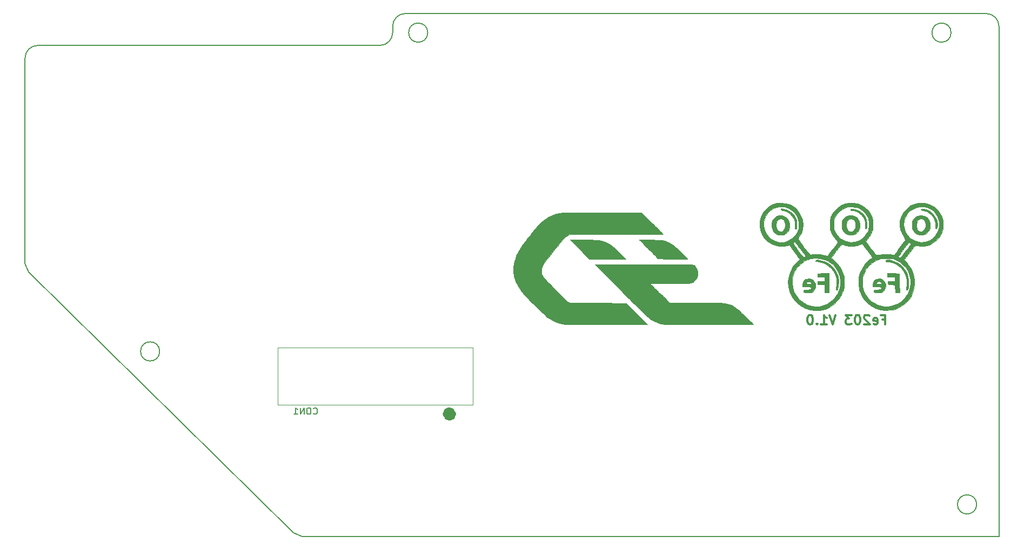
<source format=gbr>
G04 #@! TF.GenerationSoftware,KiCad,Pcbnew,5.1.5-52549c5~84~ubuntu18.04.1*
G04 #@! TF.CreationDate,2020-03-14T11:46:24+01:00*
G04 #@! TF.ProjectId,Fe203,46653230-332e-46b6-9963-61645f706362,rev?*
G04 #@! TF.SameCoordinates,Original*
G04 #@! TF.FileFunction,Legend,Bot*
G04 #@! TF.FilePolarity,Positive*
%FSLAX46Y46*%
G04 Gerber Fmt 4.6, Leading zero omitted, Abs format (unit mm)*
G04 Created by KiCad (PCBNEW 5.1.5-52549c5~84~ubuntu18.04.1) date 2020-03-14 11:46:24*
%MOMM*%
%LPD*%
G04 APERTURE LIST*
%ADD10C,0.300000*%
G04 #@! TA.AperFunction,Profile*
%ADD11C,0.200000*%
G04 #@! TD*
%ADD12C,0.120000*%
%ADD13C,1.000000*%
%ADD14C,0.010000*%
%ADD15C,0.150000*%
G04 APERTURE END LIST*
D10*
X198611428Y-104032857D02*
X199111428Y-104032857D01*
X199111428Y-104818571D02*
X199111428Y-103318571D01*
X198397142Y-103318571D01*
X197254285Y-104747142D02*
X197397142Y-104818571D01*
X197682857Y-104818571D01*
X197825714Y-104747142D01*
X197897142Y-104604285D01*
X197897142Y-104032857D01*
X197825714Y-103890000D01*
X197682857Y-103818571D01*
X197397142Y-103818571D01*
X197254285Y-103890000D01*
X197182857Y-104032857D01*
X197182857Y-104175714D01*
X197897142Y-104318571D01*
X196611428Y-103461428D02*
X196540000Y-103390000D01*
X196397142Y-103318571D01*
X196040000Y-103318571D01*
X195897142Y-103390000D01*
X195825714Y-103461428D01*
X195754285Y-103604285D01*
X195754285Y-103747142D01*
X195825714Y-103961428D01*
X196682857Y-104818571D01*
X195754285Y-104818571D01*
X194825714Y-103318571D02*
X194682857Y-103318571D01*
X194540000Y-103390000D01*
X194468571Y-103461428D01*
X194397142Y-103604285D01*
X194325714Y-103890000D01*
X194325714Y-104247142D01*
X194397142Y-104532857D01*
X194468571Y-104675714D01*
X194540000Y-104747142D01*
X194682857Y-104818571D01*
X194825714Y-104818571D01*
X194968571Y-104747142D01*
X195040000Y-104675714D01*
X195111428Y-104532857D01*
X195182857Y-104247142D01*
X195182857Y-103890000D01*
X195111428Y-103604285D01*
X195040000Y-103461428D01*
X194968571Y-103390000D01*
X194825714Y-103318571D01*
X193825714Y-103318571D02*
X192897142Y-103318571D01*
X193397142Y-103890000D01*
X193182857Y-103890000D01*
X193040000Y-103961428D01*
X192968571Y-104032857D01*
X192897142Y-104175714D01*
X192897142Y-104532857D01*
X192968571Y-104675714D01*
X193040000Y-104747142D01*
X193182857Y-104818571D01*
X193611428Y-104818571D01*
X193754285Y-104747142D01*
X193825714Y-104675714D01*
X191325714Y-103318571D02*
X190825714Y-104818571D01*
X190325714Y-103318571D01*
X189040000Y-104818571D02*
X189897142Y-104818571D01*
X189468571Y-104818571D02*
X189468571Y-103318571D01*
X189611428Y-103532857D01*
X189754285Y-103675714D01*
X189897142Y-103747142D01*
X188397142Y-104675714D02*
X188325714Y-104747142D01*
X188397142Y-104818571D01*
X188468571Y-104747142D01*
X188397142Y-104675714D01*
X188397142Y-104818571D01*
X187397142Y-103318571D02*
X187254285Y-103318571D01*
X187111428Y-103390000D01*
X187040000Y-103461428D01*
X186968571Y-103604285D01*
X186897142Y-103890000D01*
X186897142Y-104247142D01*
X186968571Y-104532857D01*
X187040000Y-104675714D01*
X187111428Y-104747142D01*
X187254285Y-104818571D01*
X187397142Y-104818571D01*
X187540000Y-104747142D01*
X187611428Y-104675714D01*
X187682857Y-104532857D01*
X187754285Y-104247142D01*
X187754285Y-103890000D01*
X187682857Y-103604285D01*
X187611428Y-103461428D01*
X187540000Y-103390000D01*
X187397142Y-103318571D01*
D11*
X106325985Y-137454210D02*
X107730129Y-138030000D01*
X64310008Y-95193254D02*
X64905850Y-96617463D01*
X214909985Y-56030000D02*
X123910000Y-56030000D01*
X209409985Y-59030000D02*
G75*
G03X209409985Y-59030000I-1500000J0D01*
G01*
X85410000Y-109030000D02*
G75*
G03X85410000Y-109030000I-1500000J0D01*
G01*
X107730129Y-138030000D02*
X216909985Y-138030000D01*
X64310009Y-63030001D02*
G75*
G02X66310008Y-61030000I2000000J1D01*
G01*
X64905850Y-96617463D02*
X106325985Y-137454210D01*
X121910000Y-58030000D02*
X121910000Y-59030000D01*
X119910000Y-61030000D02*
X66310009Y-61030000D01*
X214909985Y-56030000D02*
G75*
G02X216909985Y-58030000I0J-2000000D01*
G01*
X121910000Y-58030001D02*
G75*
G02X123909999Y-56030000I2000000J1D01*
G01*
X121910000Y-59030001D02*
G75*
G02X119909999Y-61030000I-2000000J1D01*
G01*
X64310008Y-95193254D02*
X64310008Y-63030000D01*
X216909985Y-58030000D02*
X216909985Y-138030000D01*
X213409985Y-133030000D02*
G75*
G03X213409985Y-133030000I-1500000J0D01*
G01*
X127410000Y-59030000D02*
G75*
G03X127410000Y-59030000I-1500000J0D01*
G01*
D12*
G04 #@! TO.C,CON1*
X134480000Y-108475000D02*
X134480000Y-117425000D01*
X103880000Y-108475000D02*
X103880000Y-117425000D01*
X134480000Y-108475000D02*
X103880000Y-108475000D01*
X134480000Y-117425000D02*
X103880000Y-117425000D01*
D13*
X131343783Y-118850000D02*
G75*
G03X131343783Y-118850000I-543783J0D01*
G01*
D14*
G04 #@! TO.C,G\002A\002A\002A*
G36*
X160813811Y-95365451D02*
G01*
X160763481Y-95365912D01*
X160631089Y-95366752D01*
X160423379Y-95367935D01*
X160147101Y-95369427D01*
X159809001Y-95371193D01*
X159415825Y-95373199D01*
X158974321Y-95375410D01*
X158491236Y-95377792D01*
X157973317Y-95380309D01*
X157427311Y-95382927D01*
X157205857Y-95383980D01*
X156651930Y-95386997D01*
X156124381Y-95390634D01*
X155629844Y-95394798D01*
X155174955Y-95399399D01*
X154766350Y-95404344D01*
X154410666Y-95409542D01*
X154114537Y-95414902D01*
X153884600Y-95420331D01*
X153727491Y-95425739D01*
X153649845Y-95431034D01*
X153642520Y-95433144D01*
X153673340Y-95468568D01*
X153762732Y-95562023D01*
X153906194Y-95709020D01*
X154099222Y-95905070D01*
X154337313Y-96145684D01*
X154615962Y-96426372D01*
X154930667Y-96742645D01*
X155276924Y-97090014D01*
X155650229Y-97463991D01*
X156046079Y-97860085D01*
X156459971Y-98273807D01*
X156887401Y-98700669D01*
X157323865Y-99136180D01*
X157764860Y-99575853D01*
X158205884Y-100015197D01*
X158642431Y-100449724D01*
X159069999Y-100874944D01*
X159484084Y-101286368D01*
X159880182Y-101679507D01*
X160253791Y-102049872D01*
X160600407Y-102392973D01*
X160915526Y-102704321D01*
X161194644Y-102979428D01*
X161433259Y-103213804D01*
X161626867Y-103402959D01*
X161770964Y-103542405D01*
X161861047Y-103627652D01*
X161881933Y-103646422D01*
X162276925Y-103961627D01*
X162662138Y-104211841D01*
X163065739Y-104412368D01*
X163515897Y-104578511D01*
X163700598Y-104634537D01*
X163785455Y-104658533D01*
X163868976Y-104680335D01*
X163955611Y-104700054D01*
X164049815Y-104717802D01*
X164156038Y-104733690D01*
X164278735Y-104747829D01*
X164422356Y-104760332D01*
X164591355Y-104771308D01*
X164790183Y-104780871D01*
X165023294Y-104789130D01*
X165295140Y-104796198D01*
X165610173Y-104802186D01*
X165972846Y-104807205D01*
X166387611Y-104811366D01*
X166858921Y-104814782D01*
X167391228Y-104817563D01*
X167988984Y-104819821D01*
X168656642Y-104821668D01*
X169398654Y-104823213D01*
X170219473Y-104824570D01*
X171123551Y-104825850D01*
X171360140Y-104826166D01*
X172124122Y-104827091D01*
X172865735Y-104827809D01*
X173579932Y-104828324D01*
X174261663Y-104828639D01*
X174905881Y-104828759D01*
X175507538Y-104828685D01*
X176061585Y-104828423D01*
X176562973Y-104827976D01*
X177006656Y-104827347D01*
X177387585Y-104826540D01*
X177700711Y-104825558D01*
X177940986Y-104824405D01*
X178103362Y-104823085D01*
X178182791Y-104821600D01*
X178187500Y-104821345D01*
X178302448Y-104806570D01*
X178368544Y-104785542D01*
X178374912Y-104776940D01*
X178343525Y-104733744D01*
X178256296Y-104637892D01*
X178121821Y-104497771D01*
X177948699Y-104321769D01*
X177745525Y-104118273D01*
X177520898Y-103895671D01*
X177283413Y-103662350D01*
X177041669Y-103426697D01*
X176804261Y-103197101D01*
X176579788Y-102981948D01*
X176376846Y-102789625D01*
X176204032Y-102628521D01*
X176069944Y-102507022D01*
X175983178Y-102433517D01*
X175953841Y-102414895D01*
X175914428Y-102387950D01*
X175838426Y-102322092D01*
X175827722Y-102312237D01*
X175712901Y-102223354D01*
X175572714Y-102136604D01*
X175547900Y-102123514D01*
X175438430Y-102064920D01*
X175367068Y-102021416D01*
X175356643Y-102012901D01*
X175262888Y-101941695D01*
X175106707Y-101856835D01*
X174910991Y-101769328D01*
X174698633Y-101690184D01*
X174657849Y-101676859D01*
X174527559Y-101635353D01*
X174408854Y-101598628D01*
X174295683Y-101566357D01*
X174181997Y-101538214D01*
X174061744Y-101513871D01*
X173928875Y-101493003D01*
X173777339Y-101475283D01*
X173601086Y-101460385D01*
X173394065Y-101447981D01*
X173150225Y-101437746D01*
X172863517Y-101429354D01*
X172527890Y-101422476D01*
X172137294Y-101416788D01*
X171685678Y-101411963D01*
X171166991Y-101407673D01*
X170575184Y-101403593D01*
X169904205Y-101399396D01*
X169466511Y-101396719D01*
X165330400Y-101371364D01*
X164895121Y-100949510D01*
X164701658Y-100763285D01*
X164499286Y-100570611D01*
X164312372Y-100394570D01*
X164168819Y-100261479D01*
X164033252Y-100135329D01*
X163851760Y-99963357D01*
X163637945Y-99758751D01*
X163405408Y-99534696D01*
X163167751Y-99304378D01*
X162938576Y-99080981D01*
X162731483Y-98877693D01*
X162560075Y-98707698D01*
X162437952Y-98584183D01*
X162427930Y-98573811D01*
X162256883Y-98396189D01*
X165398634Y-98371939D01*
X166113746Y-98365724D01*
X166741502Y-98358795D01*
X167281702Y-98351155D01*
X167734145Y-98342810D01*
X168098631Y-98333764D01*
X168374961Y-98324022D01*
X168562934Y-98313587D01*
X168662350Y-98302464D01*
X168673601Y-98299484D01*
X168865012Y-98223085D01*
X168986996Y-98154504D01*
X169056952Y-98082891D01*
X169075071Y-98049147D01*
X169149478Y-97953751D01*
X169217570Y-97908299D01*
X169294364Y-97854867D01*
X169317482Y-97809949D01*
X169352457Y-97747947D01*
X169406294Y-97707902D01*
X169477438Y-97634647D01*
X169495105Y-97573123D01*
X169513278Y-97501807D01*
X169537799Y-97485874D01*
X169573481Y-97447013D01*
X169613364Y-97349085D01*
X169628126Y-97297150D01*
X169667223Y-97156156D01*
X169705771Y-97038048D01*
X169714679Y-97015138D01*
X169726074Y-96927957D01*
X169718036Y-96789627D01*
X169695024Y-96622472D01*
X169661497Y-96448814D01*
X169621914Y-96290976D01*
X169580733Y-96171279D01*
X169542413Y-96112046D01*
X169533739Y-96109301D01*
X169501891Y-96072222D01*
X169495105Y-96024190D01*
X169480057Y-95946412D01*
X169461801Y-95924277D01*
X169422155Y-95879390D01*
X169360781Y-95783274D01*
X169331701Y-95731853D01*
X169303903Y-95676380D01*
X169281087Y-95627456D01*
X169257835Y-95584651D01*
X169228727Y-95547533D01*
X169188348Y-95515670D01*
X169131278Y-95488631D01*
X169052101Y-95465984D01*
X168945398Y-95447298D01*
X168805751Y-95432142D01*
X168627743Y-95420083D01*
X168405957Y-95410690D01*
X168134974Y-95403532D01*
X167809376Y-95398176D01*
X167423746Y-95394193D01*
X166972666Y-95391149D01*
X166450718Y-95388614D01*
X165852485Y-95386156D01*
X165172548Y-95383343D01*
X164943531Y-95382328D01*
X164348407Y-95379651D01*
X163778387Y-95377124D01*
X163239759Y-95374774D01*
X162738812Y-95372626D01*
X162281832Y-95370707D01*
X161875110Y-95369042D01*
X161524932Y-95367656D01*
X161237588Y-95366576D01*
X161019365Y-95365826D01*
X160876551Y-95365433D01*
X160815435Y-95365423D01*
X160813811Y-95365451D01*
G37*
X160813811Y-95365451D02*
X160763481Y-95365912D01*
X160631089Y-95366752D01*
X160423379Y-95367935D01*
X160147101Y-95369427D01*
X159809001Y-95371193D01*
X159415825Y-95373199D01*
X158974321Y-95375410D01*
X158491236Y-95377792D01*
X157973317Y-95380309D01*
X157427311Y-95382927D01*
X157205857Y-95383980D01*
X156651930Y-95386997D01*
X156124381Y-95390634D01*
X155629844Y-95394798D01*
X155174955Y-95399399D01*
X154766350Y-95404344D01*
X154410666Y-95409542D01*
X154114537Y-95414902D01*
X153884600Y-95420331D01*
X153727491Y-95425739D01*
X153649845Y-95431034D01*
X153642520Y-95433144D01*
X153673340Y-95468568D01*
X153762732Y-95562023D01*
X153906194Y-95709020D01*
X154099222Y-95905070D01*
X154337313Y-96145684D01*
X154615962Y-96426372D01*
X154930667Y-96742645D01*
X155276924Y-97090014D01*
X155650229Y-97463991D01*
X156046079Y-97860085D01*
X156459971Y-98273807D01*
X156887401Y-98700669D01*
X157323865Y-99136180D01*
X157764860Y-99575853D01*
X158205884Y-100015197D01*
X158642431Y-100449724D01*
X159069999Y-100874944D01*
X159484084Y-101286368D01*
X159880182Y-101679507D01*
X160253791Y-102049872D01*
X160600407Y-102392973D01*
X160915526Y-102704321D01*
X161194644Y-102979428D01*
X161433259Y-103213804D01*
X161626867Y-103402959D01*
X161770964Y-103542405D01*
X161861047Y-103627652D01*
X161881933Y-103646422D01*
X162276925Y-103961627D01*
X162662138Y-104211841D01*
X163065739Y-104412368D01*
X163515897Y-104578511D01*
X163700598Y-104634537D01*
X163785455Y-104658533D01*
X163868976Y-104680335D01*
X163955611Y-104700054D01*
X164049815Y-104717802D01*
X164156038Y-104733690D01*
X164278735Y-104747829D01*
X164422356Y-104760332D01*
X164591355Y-104771308D01*
X164790183Y-104780871D01*
X165023294Y-104789130D01*
X165295140Y-104796198D01*
X165610173Y-104802186D01*
X165972846Y-104807205D01*
X166387611Y-104811366D01*
X166858921Y-104814782D01*
X167391228Y-104817563D01*
X167988984Y-104819821D01*
X168656642Y-104821668D01*
X169398654Y-104823213D01*
X170219473Y-104824570D01*
X171123551Y-104825850D01*
X171360140Y-104826166D01*
X172124122Y-104827091D01*
X172865735Y-104827809D01*
X173579932Y-104828324D01*
X174261663Y-104828639D01*
X174905881Y-104828759D01*
X175507538Y-104828685D01*
X176061585Y-104828423D01*
X176562973Y-104827976D01*
X177006656Y-104827347D01*
X177387585Y-104826540D01*
X177700711Y-104825558D01*
X177940986Y-104824405D01*
X178103362Y-104823085D01*
X178182791Y-104821600D01*
X178187500Y-104821345D01*
X178302448Y-104806570D01*
X178368544Y-104785542D01*
X178374912Y-104776940D01*
X178343525Y-104733744D01*
X178256296Y-104637892D01*
X178121821Y-104497771D01*
X177948699Y-104321769D01*
X177745525Y-104118273D01*
X177520898Y-103895671D01*
X177283413Y-103662350D01*
X177041669Y-103426697D01*
X176804261Y-103197101D01*
X176579788Y-102981948D01*
X176376846Y-102789625D01*
X176204032Y-102628521D01*
X176069944Y-102507022D01*
X175983178Y-102433517D01*
X175953841Y-102414895D01*
X175914428Y-102387950D01*
X175838426Y-102322092D01*
X175827722Y-102312237D01*
X175712901Y-102223354D01*
X175572714Y-102136604D01*
X175547900Y-102123514D01*
X175438430Y-102064920D01*
X175367068Y-102021416D01*
X175356643Y-102012901D01*
X175262888Y-101941695D01*
X175106707Y-101856835D01*
X174910991Y-101769328D01*
X174698633Y-101690184D01*
X174657849Y-101676859D01*
X174527559Y-101635353D01*
X174408854Y-101598628D01*
X174295683Y-101566357D01*
X174181997Y-101538214D01*
X174061744Y-101513871D01*
X173928875Y-101493003D01*
X173777339Y-101475283D01*
X173601086Y-101460385D01*
X173394065Y-101447981D01*
X173150225Y-101437746D01*
X172863517Y-101429354D01*
X172527890Y-101422476D01*
X172137294Y-101416788D01*
X171685678Y-101411963D01*
X171166991Y-101407673D01*
X170575184Y-101403593D01*
X169904205Y-101399396D01*
X169466511Y-101396719D01*
X165330400Y-101371364D01*
X164895121Y-100949510D01*
X164701658Y-100763285D01*
X164499286Y-100570611D01*
X164312372Y-100394570D01*
X164168819Y-100261479D01*
X164033252Y-100135329D01*
X163851760Y-99963357D01*
X163637945Y-99758751D01*
X163405408Y-99534696D01*
X163167751Y-99304378D01*
X162938576Y-99080981D01*
X162731483Y-98877693D01*
X162560075Y-98707698D01*
X162437952Y-98584183D01*
X162427930Y-98573811D01*
X162256883Y-98396189D01*
X165398634Y-98371939D01*
X166113746Y-98365724D01*
X166741502Y-98358795D01*
X167281702Y-98351155D01*
X167734145Y-98342810D01*
X168098631Y-98333764D01*
X168374961Y-98324022D01*
X168562934Y-98313587D01*
X168662350Y-98302464D01*
X168673601Y-98299484D01*
X168865012Y-98223085D01*
X168986996Y-98154504D01*
X169056952Y-98082891D01*
X169075071Y-98049147D01*
X169149478Y-97953751D01*
X169217570Y-97908299D01*
X169294364Y-97854867D01*
X169317482Y-97809949D01*
X169352457Y-97747947D01*
X169406294Y-97707902D01*
X169477438Y-97634647D01*
X169495105Y-97573123D01*
X169513278Y-97501807D01*
X169537799Y-97485874D01*
X169573481Y-97447013D01*
X169613364Y-97349085D01*
X169628126Y-97297150D01*
X169667223Y-97156156D01*
X169705771Y-97038048D01*
X169714679Y-97015138D01*
X169726074Y-96927957D01*
X169718036Y-96789627D01*
X169695024Y-96622472D01*
X169661497Y-96448814D01*
X169621914Y-96290976D01*
X169580733Y-96171279D01*
X169542413Y-96112046D01*
X169533739Y-96109301D01*
X169501891Y-96072222D01*
X169495105Y-96024190D01*
X169480057Y-95946412D01*
X169461801Y-95924277D01*
X169422155Y-95879390D01*
X169360781Y-95783274D01*
X169331701Y-95731853D01*
X169303903Y-95676380D01*
X169281087Y-95627456D01*
X169257835Y-95584651D01*
X169228727Y-95547533D01*
X169188348Y-95515670D01*
X169131278Y-95488631D01*
X169052101Y-95465984D01*
X168945398Y-95447298D01*
X168805751Y-95432142D01*
X168627743Y-95420083D01*
X168405957Y-95410690D01*
X168134974Y-95403532D01*
X167809376Y-95398176D01*
X167423746Y-95394193D01*
X166972666Y-95391149D01*
X166450718Y-95388614D01*
X165852485Y-95386156D01*
X165172548Y-95383343D01*
X164943531Y-95382328D01*
X164348407Y-95379651D01*
X163778387Y-95377124D01*
X163239759Y-95374774D01*
X162738812Y-95372626D01*
X162281832Y-95370707D01*
X161875110Y-95369042D01*
X161524932Y-95367656D01*
X161237588Y-95366576D01*
X161019365Y-95365826D01*
X160876551Y-95365433D01*
X160815435Y-95365423D01*
X160813811Y-95365451D01*
G36*
X148683742Y-87260773D02*
G01*
X148445402Y-87292219D01*
X148180993Y-87335267D01*
X147910591Y-87386780D01*
X147654269Y-87443623D01*
X147529277Y-87475296D01*
X146889464Y-87687815D01*
X146286437Y-87974577D01*
X145715185Y-88338798D01*
X145170693Y-88783696D01*
X144647951Y-89312487D01*
X144623017Y-89340375D01*
X144568913Y-89404789D01*
X144467216Y-89529280D01*
X144325524Y-89704343D01*
X144151431Y-89920476D01*
X143952534Y-90168171D01*
X143736429Y-90437926D01*
X143510712Y-90720235D01*
X143282979Y-91005593D01*
X143060826Y-91284497D01*
X142851850Y-91547440D01*
X142663645Y-91784920D01*
X142503808Y-91987430D01*
X142379936Y-92145466D01*
X142336352Y-92201608D01*
X141898326Y-92820134D01*
X141548365Y-93427671D01*
X141286417Y-94024319D01*
X141120722Y-94573912D01*
X141073924Y-94760391D01*
X141027210Y-94922793D01*
X140988383Y-95034738D01*
X140977346Y-95058513D01*
X140945618Y-95152597D01*
X140910956Y-95314280D01*
X140876323Y-95522546D01*
X140844687Y-95756381D01*
X140819011Y-95994768D01*
X140802260Y-96216691D01*
X140797766Y-96331329D01*
X140805242Y-96517398D01*
X140831472Y-96744817D01*
X140872230Y-96993915D01*
X140923284Y-97245017D01*
X140980408Y-97478450D01*
X141039371Y-97674543D01*
X141095944Y-97813621D01*
X141126608Y-97861101D01*
X141161297Y-97940865D01*
X141164609Y-97972115D01*
X141165489Y-97999217D01*
X141171577Y-98029148D01*
X141188394Y-98072675D01*
X141221460Y-98140563D01*
X141276296Y-98243575D01*
X141358422Y-98392478D01*
X141473358Y-98598035D01*
X141614740Y-98849849D01*
X141728696Y-99046786D01*
X141845708Y-99234858D01*
X141971462Y-99420568D01*
X142111642Y-99610418D01*
X142271935Y-99810910D01*
X142458025Y-100028547D01*
X142675599Y-100269830D01*
X142930340Y-100541261D01*
X143227936Y-100849344D01*
X143574071Y-101200579D01*
X143974430Y-101601470D01*
X144327441Y-101952253D01*
X144703834Y-102324477D01*
X145024625Y-102639478D01*
X145296465Y-102903371D01*
X145526008Y-103122273D01*
X145719903Y-103302300D01*
X145884802Y-103449569D01*
X146027357Y-103570195D01*
X146154220Y-103670296D01*
X146272042Y-103755987D01*
X146337587Y-103800650D01*
X146757711Y-104060600D01*
X147172084Y-104272461D01*
X147605320Y-104446343D01*
X148082029Y-104592355D01*
X148523527Y-104698574D01*
X149046329Y-104812373D01*
X155429636Y-104823687D01*
X156174999Y-104824856D01*
X156895664Y-104825690D01*
X157586673Y-104826197D01*
X158243068Y-104826386D01*
X158859891Y-104826264D01*
X159432182Y-104825841D01*
X159954985Y-104825125D01*
X160423341Y-104824124D01*
X160832291Y-104822847D01*
X161176879Y-104821302D01*
X161452144Y-104819498D01*
X161653130Y-104817443D01*
X161774878Y-104815146D01*
X161812645Y-104812797D01*
X161782112Y-104778082D01*
X161694485Y-104686512D01*
X161555552Y-104543953D01*
X161371097Y-104356267D01*
X161146908Y-104129321D01*
X160888769Y-103868977D01*
X160602469Y-103581101D01*
X160293791Y-103271557D01*
X160147757Y-103125385D01*
X158483168Y-101460175D01*
X154053385Y-101437009D01*
X153285158Y-101432740D01*
X152601612Y-101428376D01*
X151998613Y-101423846D01*
X151472032Y-101419079D01*
X151017736Y-101414004D01*
X150631593Y-101408551D01*
X150309473Y-101402647D01*
X150047244Y-101396222D01*
X149840774Y-101389204D01*
X149685932Y-101381524D01*
X149578587Y-101373108D01*
X149514606Y-101363887D01*
X149496735Y-101358593D01*
X149437676Y-101315216D01*
X149323360Y-101214987D01*
X149160539Y-101064633D01*
X148955963Y-100870884D01*
X148716383Y-100640465D01*
X148448552Y-100380104D01*
X148159220Y-100096531D01*
X147855139Y-99796471D01*
X147543059Y-99486653D01*
X147229733Y-99173805D01*
X146921911Y-98864655D01*
X146626346Y-98565929D01*
X146349787Y-98284356D01*
X146098986Y-98026663D01*
X145880696Y-97799579D01*
X145701666Y-97609830D01*
X145568648Y-97464145D01*
X145488394Y-97369252D01*
X145475249Y-97351147D01*
X145378729Y-97187099D01*
X145298574Y-97016304D01*
X145261108Y-96907091D01*
X145231205Y-96720892D01*
X145218940Y-96491949D01*
X145223222Y-96248370D01*
X145242958Y-96018264D01*
X145277056Y-95829737D01*
X145306336Y-95742954D01*
X145374147Y-95592835D01*
X145438458Y-95446612D01*
X145444691Y-95432115D01*
X145486297Y-95365222D01*
X145578039Y-95237319D01*
X145713775Y-95056096D01*
X145887365Y-94829248D01*
X146092664Y-94564466D01*
X146323532Y-94269442D01*
X146573826Y-93951869D01*
X146837404Y-93619440D01*
X147108123Y-93279845D01*
X147379843Y-92940779D01*
X147646420Y-92609933D01*
X147901712Y-92294999D01*
X148139578Y-92003670D01*
X148353875Y-91743638D01*
X148538461Y-91522596D01*
X148687194Y-91348235D01*
X148793932Y-91228248D01*
X148836112Y-91184741D01*
X149014727Y-91035299D01*
X149220897Y-90894033D01*
X149377474Y-90807293D01*
X149668007Y-90669615D01*
X156961626Y-90657994D01*
X157759041Y-90656527D01*
X158532007Y-90654721D01*
X159275893Y-90652604D01*
X159986065Y-90650203D01*
X160657890Y-90647548D01*
X161286735Y-90644667D01*
X161867968Y-90641587D01*
X162396954Y-90638337D01*
X162869062Y-90634945D01*
X163279658Y-90631440D01*
X163624109Y-90627849D01*
X163897782Y-90624201D01*
X164096044Y-90620525D01*
X164214263Y-90616848D01*
X164248402Y-90613588D01*
X164216425Y-90576981D01*
X164127070Y-90483894D01*
X163986190Y-90340212D01*
X163799640Y-90151819D01*
X163573272Y-89924600D01*
X163312941Y-89664438D01*
X163024499Y-89377217D01*
X162713801Y-89068822D01*
X162570297Y-88926696D01*
X160899035Y-87272587D01*
X155017087Y-87267524D01*
X154299282Y-87266779D01*
X153604614Y-87265809D01*
X152938405Y-87264634D01*
X152305978Y-87263274D01*
X151712656Y-87261748D01*
X151163761Y-87260077D01*
X150664616Y-87258280D01*
X150220544Y-87256376D01*
X149836867Y-87254385D01*
X149518907Y-87252328D01*
X149271989Y-87250224D01*
X149101433Y-87248092D01*
X149012563Y-87245953D01*
X149001923Y-87245230D01*
X148875941Y-87244065D01*
X148683742Y-87260773D01*
G37*
X148683742Y-87260773D02*
X148445402Y-87292219D01*
X148180993Y-87335267D01*
X147910591Y-87386780D01*
X147654269Y-87443623D01*
X147529277Y-87475296D01*
X146889464Y-87687815D01*
X146286437Y-87974577D01*
X145715185Y-88338798D01*
X145170693Y-88783696D01*
X144647951Y-89312487D01*
X144623017Y-89340375D01*
X144568913Y-89404789D01*
X144467216Y-89529280D01*
X144325524Y-89704343D01*
X144151431Y-89920476D01*
X143952534Y-90168171D01*
X143736429Y-90437926D01*
X143510712Y-90720235D01*
X143282979Y-91005593D01*
X143060826Y-91284497D01*
X142851850Y-91547440D01*
X142663645Y-91784920D01*
X142503808Y-91987430D01*
X142379936Y-92145466D01*
X142336352Y-92201608D01*
X141898326Y-92820134D01*
X141548365Y-93427671D01*
X141286417Y-94024319D01*
X141120722Y-94573912D01*
X141073924Y-94760391D01*
X141027210Y-94922793D01*
X140988383Y-95034738D01*
X140977346Y-95058513D01*
X140945618Y-95152597D01*
X140910956Y-95314280D01*
X140876323Y-95522546D01*
X140844687Y-95756381D01*
X140819011Y-95994768D01*
X140802260Y-96216691D01*
X140797766Y-96331329D01*
X140805242Y-96517398D01*
X140831472Y-96744817D01*
X140872230Y-96993915D01*
X140923284Y-97245017D01*
X140980408Y-97478450D01*
X141039371Y-97674543D01*
X141095944Y-97813621D01*
X141126608Y-97861101D01*
X141161297Y-97940865D01*
X141164609Y-97972115D01*
X141165489Y-97999217D01*
X141171577Y-98029148D01*
X141188394Y-98072675D01*
X141221460Y-98140563D01*
X141276296Y-98243575D01*
X141358422Y-98392478D01*
X141473358Y-98598035D01*
X141614740Y-98849849D01*
X141728696Y-99046786D01*
X141845708Y-99234858D01*
X141971462Y-99420568D01*
X142111642Y-99610418D01*
X142271935Y-99810910D01*
X142458025Y-100028547D01*
X142675599Y-100269830D01*
X142930340Y-100541261D01*
X143227936Y-100849344D01*
X143574071Y-101200579D01*
X143974430Y-101601470D01*
X144327441Y-101952253D01*
X144703834Y-102324477D01*
X145024625Y-102639478D01*
X145296465Y-102903371D01*
X145526008Y-103122273D01*
X145719903Y-103302300D01*
X145884802Y-103449569D01*
X146027357Y-103570195D01*
X146154220Y-103670296D01*
X146272042Y-103755987D01*
X146337587Y-103800650D01*
X146757711Y-104060600D01*
X147172084Y-104272461D01*
X147605320Y-104446343D01*
X148082029Y-104592355D01*
X148523527Y-104698574D01*
X149046329Y-104812373D01*
X155429636Y-104823687D01*
X156174999Y-104824856D01*
X156895664Y-104825690D01*
X157586673Y-104826197D01*
X158243068Y-104826386D01*
X158859891Y-104826264D01*
X159432182Y-104825841D01*
X159954985Y-104825125D01*
X160423341Y-104824124D01*
X160832291Y-104822847D01*
X161176879Y-104821302D01*
X161452144Y-104819498D01*
X161653130Y-104817443D01*
X161774878Y-104815146D01*
X161812645Y-104812797D01*
X161782112Y-104778082D01*
X161694485Y-104686512D01*
X161555552Y-104543953D01*
X161371097Y-104356267D01*
X161146908Y-104129321D01*
X160888769Y-103868977D01*
X160602469Y-103581101D01*
X160293791Y-103271557D01*
X160147757Y-103125385D01*
X158483168Y-101460175D01*
X154053385Y-101437009D01*
X153285158Y-101432740D01*
X152601612Y-101428376D01*
X151998613Y-101423846D01*
X151472032Y-101419079D01*
X151017736Y-101414004D01*
X150631593Y-101408551D01*
X150309473Y-101402647D01*
X150047244Y-101396222D01*
X149840774Y-101389204D01*
X149685932Y-101381524D01*
X149578587Y-101373108D01*
X149514606Y-101363887D01*
X149496735Y-101358593D01*
X149437676Y-101315216D01*
X149323360Y-101214987D01*
X149160539Y-101064633D01*
X148955963Y-100870884D01*
X148716383Y-100640465D01*
X148448552Y-100380104D01*
X148159220Y-100096531D01*
X147855139Y-99796471D01*
X147543059Y-99486653D01*
X147229733Y-99173805D01*
X146921911Y-98864655D01*
X146626346Y-98565929D01*
X146349787Y-98284356D01*
X146098986Y-98026663D01*
X145880696Y-97799579D01*
X145701666Y-97609830D01*
X145568648Y-97464145D01*
X145488394Y-97369252D01*
X145475249Y-97351147D01*
X145378729Y-97187099D01*
X145298574Y-97016304D01*
X145261108Y-96907091D01*
X145231205Y-96720892D01*
X145218940Y-96491949D01*
X145223222Y-96248370D01*
X145242958Y-96018264D01*
X145277056Y-95829737D01*
X145306336Y-95742954D01*
X145374147Y-95592835D01*
X145438458Y-95446612D01*
X145444691Y-95432115D01*
X145486297Y-95365222D01*
X145578039Y-95237319D01*
X145713775Y-95056096D01*
X145887365Y-94829248D01*
X146092664Y-94564466D01*
X146323532Y-94269442D01*
X146573826Y-93951869D01*
X146837404Y-93619440D01*
X147108123Y-93279845D01*
X147379843Y-92940779D01*
X147646420Y-92609933D01*
X147901712Y-92294999D01*
X148139578Y-92003670D01*
X148353875Y-91743638D01*
X148538461Y-91522596D01*
X148687194Y-91348235D01*
X148793932Y-91228248D01*
X148836112Y-91184741D01*
X149014727Y-91035299D01*
X149220897Y-90894033D01*
X149377474Y-90807293D01*
X149668007Y-90669615D01*
X156961626Y-90657994D01*
X157759041Y-90656527D01*
X158532007Y-90654721D01*
X159275893Y-90652604D01*
X159986065Y-90650203D01*
X160657890Y-90647548D01*
X161286735Y-90644667D01*
X161867968Y-90641587D01*
X162396954Y-90638337D01*
X162869062Y-90634945D01*
X163279658Y-90631440D01*
X163624109Y-90627849D01*
X163897782Y-90624201D01*
X164096044Y-90620525D01*
X164214263Y-90616848D01*
X164248402Y-90613588D01*
X164216425Y-90576981D01*
X164127070Y-90483894D01*
X163986190Y-90340212D01*
X163799640Y-90151819D01*
X163573272Y-89924600D01*
X163312941Y-89664438D01*
X163024499Y-89377217D01*
X162713801Y-89068822D01*
X162570297Y-88926696D01*
X160899035Y-87272587D01*
X155017087Y-87267524D01*
X154299282Y-87266779D01*
X153604614Y-87265809D01*
X152938405Y-87264634D01*
X152305978Y-87263274D01*
X151712656Y-87261748D01*
X151163761Y-87260077D01*
X150664616Y-87258280D01*
X150220544Y-87256376D01*
X149836867Y-87254385D01*
X149518907Y-87252328D01*
X149271989Y-87250224D01*
X149101433Y-87248092D01*
X149012563Y-87245953D01*
X149001923Y-87245230D01*
X148875941Y-87244065D01*
X148683742Y-87260773D01*
G36*
X160632233Y-91524861D02*
G01*
X160571746Y-91527262D01*
X160569950Y-91527754D01*
X160584067Y-91557139D01*
X160625457Y-91585467D01*
X160689271Y-91634720D01*
X160702878Y-91659846D01*
X160733275Y-91696909D01*
X160820075Y-91789939D01*
X160956746Y-91932242D01*
X161136753Y-92117125D01*
X161353565Y-92337894D01*
X161600646Y-92587854D01*
X161871465Y-92860313D01*
X162011758Y-93000909D01*
X162292131Y-93282670D01*
X162551991Y-93546015D01*
X162784784Y-93784138D01*
X162983955Y-93990233D01*
X163142948Y-94157494D01*
X163255210Y-94279115D01*
X163314184Y-94348290D01*
X163321643Y-94360944D01*
X163326157Y-94392641D01*
X163342794Y-94419499D01*
X163378424Y-94441964D01*
X163439919Y-94460484D01*
X163534146Y-94475504D01*
X163667978Y-94487471D01*
X163848283Y-94496831D01*
X164081933Y-94504031D01*
X164375796Y-94509517D01*
X164736743Y-94513735D01*
X165171645Y-94517133D01*
X165687371Y-94520156D01*
X165779303Y-94520642D01*
X166225757Y-94522550D01*
X166644284Y-94523501D01*
X167026695Y-94523536D01*
X167364798Y-94522693D01*
X167650403Y-94521012D01*
X167875319Y-94518533D01*
X168031356Y-94515294D01*
X168110323Y-94511335D01*
X168118545Y-94509407D01*
X168088155Y-94473530D01*
X168002111Y-94383165D01*
X167868089Y-94246088D01*
X167693765Y-94070074D01*
X167486816Y-93862897D01*
X167254917Y-93632332D01*
X167152710Y-93531165D01*
X166795740Y-93182469D01*
X166487769Y-92892048D01*
X166218566Y-92652000D01*
X165977900Y-92454425D01*
X165755538Y-92291422D01*
X165541250Y-92155090D01*
X165324803Y-92037528D01*
X165095967Y-91930836D01*
X165060422Y-91915487D01*
X164860109Y-91831154D01*
X164682135Y-91761372D01*
X164515293Y-91704620D01*
X164348378Y-91659373D01*
X164170181Y-91624108D01*
X163969497Y-91597303D01*
X163735118Y-91577433D01*
X163455839Y-91562977D01*
X163120451Y-91552409D01*
X162717749Y-91544208D01*
X162279196Y-91537458D01*
X161900887Y-91532422D01*
X161551025Y-91528486D01*
X161239419Y-91525706D01*
X160975879Y-91524138D01*
X160770214Y-91523838D01*
X160632233Y-91524861D01*
G37*
X160632233Y-91524861D02*
X160571746Y-91527262D01*
X160569950Y-91527754D01*
X160584067Y-91557139D01*
X160625457Y-91585467D01*
X160689271Y-91634720D01*
X160702878Y-91659846D01*
X160733275Y-91696909D01*
X160820075Y-91789939D01*
X160956746Y-91932242D01*
X161136753Y-92117125D01*
X161353565Y-92337894D01*
X161600646Y-92587854D01*
X161871465Y-92860313D01*
X162011758Y-93000909D01*
X162292131Y-93282670D01*
X162551991Y-93546015D01*
X162784784Y-93784138D01*
X162983955Y-93990233D01*
X163142948Y-94157494D01*
X163255210Y-94279115D01*
X163314184Y-94348290D01*
X163321643Y-94360944D01*
X163326157Y-94392641D01*
X163342794Y-94419499D01*
X163378424Y-94441964D01*
X163439919Y-94460484D01*
X163534146Y-94475504D01*
X163667978Y-94487471D01*
X163848283Y-94496831D01*
X164081933Y-94504031D01*
X164375796Y-94509517D01*
X164736743Y-94513735D01*
X165171645Y-94517133D01*
X165687371Y-94520156D01*
X165779303Y-94520642D01*
X166225757Y-94522550D01*
X166644284Y-94523501D01*
X167026695Y-94523536D01*
X167364798Y-94522693D01*
X167650403Y-94521012D01*
X167875319Y-94518533D01*
X168031356Y-94515294D01*
X168110323Y-94511335D01*
X168118545Y-94509407D01*
X168088155Y-94473530D01*
X168002111Y-94383165D01*
X167868089Y-94246088D01*
X167693765Y-94070074D01*
X167486816Y-93862897D01*
X167254917Y-93632332D01*
X167152710Y-93531165D01*
X166795740Y-93182469D01*
X166487769Y-92892048D01*
X166218566Y-92652000D01*
X165977900Y-92454425D01*
X165755538Y-92291422D01*
X165541250Y-92155090D01*
X165324803Y-92037528D01*
X165095967Y-91930836D01*
X165060422Y-91915487D01*
X164860109Y-91831154D01*
X164682135Y-91761372D01*
X164515293Y-91704620D01*
X164348378Y-91659373D01*
X164170181Y-91624108D01*
X163969497Y-91597303D01*
X163735118Y-91577433D01*
X163455839Y-91562977D01*
X163120451Y-91552409D01*
X162717749Y-91544208D01*
X162279196Y-91537458D01*
X161900887Y-91532422D01*
X161551025Y-91528486D01*
X161239419Y-91525706D01*
X160975879Y-91524138D01*
X160770214Y-91523838D01*
X160632233Y-91524861D01*
G36*
X151201324Y-93023112D02*
G01*
X152684769Y-94510699D01*
X158404790Y-94510699D01*
X157566643Y-93663834D01*
X157325815Y-93422655D01*
X157088326Y-93188754D01*
X156866390Y-92973868D01*
X156672222Y-92789734D01*
X156518034Y-92648087D01*
X156431654Y-92573228D01*
X155945548Y-92227472D01*
X155409511Y-91942579D01*
X154844019Y-91727975D01*
X154321510Y-91601790D01*
X154209590Y-91585416D01*
X154072837Y-91571802D01*
X153903086Y-91560730D01*
X153692170Y-91551984D01*
X153431924Y-91545347D01*
X153114182Y-91540601D01*
X152730780Y-91537529D01*
X152273550Y-91535914D01*
X151829696Y-91535524D01*
X149717879Y-91535524D01*
X151201324Y-93023112D01*
G37*
X151201324Y-93023112D02*
X152684769Y-94510699D01*
X158404790Y-94510699D01*
X157566643Y-93663834D01*
X157325815Y-93422655D01*
X157088326Y-93188754D01*
X156866390Y-92973868D01*
X156672222Y-92789734D01*
X156518034Y-92648087D01*
X156431654Y-92573228D01*
X155945548Y-92227472D01*
X155409511Y-91942579D01*
X154844019Y-91727975D01*
X154321510Y-91601790D01*
X154209590Y-91585416D01*
X154072837Y-91571802D01*
X153903086Y-91560730D01*
X153692170Y-91551984D01*
X153431924Y-91545347D01*
X153114182Y-91540601D01*
X152730780Y-91537529D01*
X152273550Y-91535914D01*
X151829696Y-91535524D01*
X149717879Y-91535524D01*
X151201324Y-93023112D01*
G36*
X182078256Y-85771193D02*
G01*
X181406117Y-85984441D01*
X180791433Y-86337331D01*
X180255946Y-86823671D01*
X179931631Y-87253005D01*
X179599469Y-87917583D01*
X179422331Y-88609578D01*
X179393144Y-89307444D01*
X179504830Y-89989638D01*
X179750316Y-90634615D01*
X180122525Y-91220830D01*
X180614383Y-91726739D01*
X181218813Y-92130796D01*
X181588666Y-92298721D01*
X182037234Y-92418431D01*
X182584060Y-92482088D01*
X183166314Y-92485834D01*
X183705333Y-92428613D01*
X184086333Y-92362212D01*
X184679000Y-93186218D01*
X184933268Y-93539529D01*
X185171344Y-93869968D01*
X185364422Y-94137580D01*
X185473280Y-94288060D01*
X185674894Y-94565897D01*
X185166797Y-95078745D01*
X184618162Y-95744598D01*
X184218047Y-96471894D01*
X183966522Y-97241320D01*
X183863655Y-98033566D01*
X183909515Y-98829318D01*
X184104172Y-99609267D01*
X184447694Y-100354100D01*
X184940151Y-101044506D01*
X185144666Y-101266618D01*
X185803109Y-101825403D01*
X186523367Y-102235674D01*
X187286418Y-102497423D01*
X188073238Y-102610640D01*
X188864804Y-102575317D01*
X189642094Y-102391445D01*
X190386085Y-102059013D01*
X191077754Y-101578014D01*
X191410000Y-101269616D01*
X191901952Y-100703652D01*
X192256588Y-100138891D01*
X192499875Y-99531688D01*
X192550214Y-99353373D01*
X192634584Y-98877552D01*
X192672265Y-98322721D01*
X192666371Y-97971412D01*
X192066716Y-97971412D01*
X192044408Y-98671366D01*
X191898590Y-99355280D01*
X191630113Y-100002751D01*
X191239824Y-100593373D01*
X190728574Y-101106742D01*
X190097210Y-101522455D01*
X190020665Y-101561246D01*
X189341828Y-101842653D01*
X188704749Y-101986813D01*
X188062856Y-102000948D01*
X187590389Y-101938220D01*
X186853287Y-101719474D01*
X186192631Y-101364307D01*
X185621089Y-100892586D01*
X185151326Y-100324183D01*
X184796009Y-99678968D01*
X184567804Y-98976809D01*
X184479378Y-98237576D01*
X184543396Y-97481140D01*
X184597119Y-97242627D01*
X184871171Y-96518100D01*
X185289445Y-95862539D01*
X185833540Y-95297714D01*
X186485057Y-94845392D01*
X186728983Y-94720531D01*
X187400989Y-94493589D01*
X188129772Y-94401713D01*
X188873557Y-94442274D01*
X189590567Y-94612640D01*
X190239027Y-94910179D01*
X190295916Y-94945197D01*
X190903885Y-95419285D01*
X191384100Y-95979355D01*
X191737411Y-96605002D01*
X191964667Y-97275823D01*
X192066716Y-97971412D01*
X192666371Y-97971412D01*
X192662805Y-97758923D01*
X192605754Y-97256203D01*
X192564908Y-97070334D01*
X192305682Y-96371348D01*
X191921571Y-95699660D01*
X191444943Y-95104309D01*
X191002897Y-94703753D01*
X190576308Y-94378433D01*
X190789667Y-94097454D01*
X186538367Y-94097454D01*
X186427864Y-94195346D01*
X186269962Y-94212727D01*
X186186701Y-94140660D01*
X186023356Y-93955362D01*
X185799462Y-93680532D01*
X185534554Y-93339869D01*
X185363589Y-93113115D01*
X185062594Y-92706388D01*
X184853256Y-92413140D01*
X184724067Y-92212574D01*
X184663521Y-92083889D01*
X184660112Y-92006286D01*
X184702332Y-91958964D01*
X184719561Y-91948949D01*
X184867703Y-91879696D01*
X184924826Y-91863334D01*
X184985773Y-91926629D01*
X185126248Y-92097842D01*
X185324802Y-92348956D01*
X185559984Y-92651960D01*
X185810344Y-92978839D01*
X186054430Y-93301579D01*
X186270792Y-93592168D01*
X186437980Y-93822590D01*
X186534543Y-93964834D01*
X186536636Y-93968300D01*
X186538367Y-94097454D01*
X190789667Y-94097454D01*
X191386567Y-93311383D01*
X191719840Y-92884803D01*
X191993829Y-92559406D01*
X192197451Y-92347505D01*
X192319624Y-92261415D01*
X192332580Y-92260280D01*
X192485848Y-92292213D01*
X192736464Y-92357508D01*
X192934000Y-92413867D01*
X193469835Y-92506854D01*
X194064771Y-92504108D01*
X194640511Y-92408866D01*
X194881333Y-92333396D01*
X195134997Y-92240748D01*
X195335430Y-92171544D01*
X195389333Y-92154729D01*
X195497606Y-92208577D01*
X195692443Y-92405894D01*
X195972646Y-92745335D01*
X196299500Y-93174845D01*
X196568602Y-93541922D01*
X196797497Y-93862108D01*
X196968878Y-94110559D01*
X197065443Y-94262428D01*
X197080389Y-94296006D01*
X197012998Y-94374499D01*
X196844327Y-94500573D01*
X196732111Y-94572667D01*
X196286321Y-94922061D01*
X195858025Y-95397867D01*
X195476837Y-95957597D01*
X195172370Y-96558763D01*
X194999030Y-97059191D01*
X194918585Y-97523513D01*
X194887473Y-98078640D01*
X194905322Y-98653506D01*
X194971755Y-99177041D01*
X195011119Y-99353373D01*
X195225767Y-99975640D01*
X195540702Y-100540753D01*
X195982635Y-101093463D01*
X196162635Y-101282526D01*
X196824417Y-101839137D01*
X197558200Y-102249132D01*
X198346068Y-102507330D01*
X199170102Y-102608548D01*
X200012385Y-102547604D01*
X200318487Y-102484518D01*
X201007786Y-102243713D01*
X201674766Y-101873868D01*
X202283290Y-101403152D01*
X202797220Y-100859738D01*
X203180419Y-100271794D01*
X203195467Y-100241798D01*
X203510349Y-99426211D01*
X203665912Y-98592498D01*
X203665121Y-97801476D01*
X203061034Y-97801476D01*
X203059044Y-98547535D01*
X202915177Y-99273574D01*
X202636244Y-99957929D01*
X202229053Y-100578938D01*
X201700412Y-101114936D01*
X201057131Y-101544262D01*
X200959491Y-101594042D01*
X200256182Y-101873236D01*
X199572651Y-101999904D01*
X198868711Y-101979880D01*
X198597423Y-101936914D01*
X198263204Y-101849724D01*
X197881024Y-101715866D01*
X197633367Y-101610070D01*
X196967560Y-101211128D01*
X196424540Y-100715184D01*
X196004251Y-100141788D01*
X195706639Y-99510488D01*
X195531647Y-98840830D01*
X195479220Y-98152365D01*
X195549303Y-97464639D01*
X195741841Y-96797201D01*
X196056778Y-96169598D01*
X196494060Y-95601380D01*
X197053630Y-95112094D01*
X197652748Y-94759667D01*
X197944218Y-94623966D01*
X198173486Y-94534344D01*
X198390158Y-94481255D01*
X198643840Y-94455149D01*
X198984134Y-94446477D01*
X199284000Y-94445667D01*
X199714683Y-94448576D01*
X200024226Y-94462950D01*
X200260795Y-94497255D01*
X200472557Y-94559961D01*
X200707678Y-94659534D01*
X200832350Y-94717875D01*
X201333844Y-95011655D01*
X201824254Y-95398604D01*
X202255147Y-95834689D01*
X202578092Y-96275880D01*
X202612151Y-96335949D01*
X202914339Y-97057060D01*
X203061034Y-97801476D01*
X203665121Y-97801476D01*
X203665079Y-97760146D01*
X203510771Y-96948645D01*
X203205907Y-96177485D01*
X202753409Y-95466154D01*
X202422869Y-95087034D01*
X202010376Y-94663544D01*
X202855620Y-93538605D01*
X203215578Y-93070149D01*
X203490635Y-92736883D01*
X203687374Y-92531505D01*
X203812380Y-92446713D01*
X203841932Y-92444475D01*
X203985252Y-92458877D01*
X204252021Y-92471831D01*
X204596360Y-92481403D01*
X204787333Y-92484362D01*
X205184187Y-92483637D01*
X205470763Y-92463524D01*
X205705903Y-92413084D01*
X205948451Y-92321379D01*
X206142000Y-92232543D01*
X206287614Y-92148542D01*
X203077648Y-92148542D01*
X203019718Y-92252238D01*
X202882539Y-92456574D01*
X202687323Y-92732970D01*
X202455283Y-93052843D01*
X202207633Y-93387610D01*
X201965585Y-93708690D01*
X201750351Y-93987502D01*
X201583145Y-94195462D01*
X201485180Y-94303989D01*
X201471091Y-94313201D01*
X201350899Y-94290985D01*
X201280591Y-94267275D01*
X201164275Y-94182645D01*
X201146666Y-94136822D01*
X201194672Y-94050251D01*
X201326370Y-93854190D01*
X201523282Y-93574189D01*
X201766929Y-93235793D01*
X202038832Y-92864551D01*
X202320512Y-92486010D01*
X202593491Y-92125717D01*
X202720137Y-91961436D01*
X202816768Y-91950305D01*
X202958352Y-92010584D01*
X203064271Y-92100078D01*
X203077648Y-92148542D01*
X206287614Y-92148542D01*
X206772436Y-91868863D01*
X207271289Y-91427720D01*
X207669527Y-90879092D01*
X207812275Y-90613361D01*
X207958890Y-90307196D01*
X208052051Y-90068601D01*
X208103838Y-89840778D01*
X208126332Y-89566929D01*
X208131612Y-89190257D01*
X208131666Y-89111667D01*
X208131651Y-89109887D01*
X207538932Y-89109887D01*
X207526905Y-89511122D01*
X207481518Y-89816909D01*
X207388671Y-90100032D01*
X207314738Y-90267194D01*
X206953146Y-90855492D01*
X206489683Y-91320096D01*
X205945709Y-91653456D01*
X205342581Y-91848020D01*
X204701656Y-91896236D01*
X204044292Y-91790553D01*
X203542957Y-91600800D01*
X202971482Y-91237935D01*
X202520692Y-90763845D01*
X202201737Y-90196439D01*
X202025767Y-89553628D01*
X201993333Y-89111667D01*
X202065233Y-88447527D01*
X202267593Y-87864249D01*
X202580404Y-87366576D01*
X202983658Y-86959251D01*
X203457345Y-86647018D01*
X203981456Y-86434620D01*
X204535982Y-86326800D01*
X205100915Y-86328301D01*
X205656245Y-86443867D01*
X206181963Y-86678241D01*
X206658061Y-87036165D01*
X207064529Y-87522384D01*
X207259618Y-87863267D01*
X207407340Y-88185648D01*
X207491866Y-88451686D01*
X207530095Y-88736813D01*
X207538932Y-89109887D01*
X208131651Y-89109887D01*
X208128116Y-88711794D01*
X208109412Y-88424429D01*
X208063474Y-88192774D01*
X207978222Y-87960033D01*
X207841576Y-87669407D01*
X207812275Y-87609973D01*
X207407041Y-86968710D01*
X206890963Y-86444472D01*
X206282123Y-86049787D01*
X205598605Y-85797184D01*
X205070451Y-85710326D01*
X204324993Y-85727903D01*
X203623923Y-85899088D01*
X202984676Y-86210319D01*
X202424690Y-86648028D01*
X201961400Y-87198651D01*
X201612244Y-87848623D01*
X201397873Y-88567528D01*
X201354155Y-89200549D01*
X201447213Y-89865406D01*
X201665310Y-90512582D01*
X201996085Y-91091695D01*
X202140644Y-91304604D01*
X202231472Y-91464055D01*
X202247333Y-91511350D01*
X202199781Y-91591321D01*
X202070472Y-91779310D01*
X201879430Y-92048002D01*
X201646677Y-92370081D01*
X201392238Y-92718233D01*
X201136135Y-93065144D01*
X200898392Y-93383499D01*
X200699030Y-93645983D01*
X200558075Y-93825282D01*
X200509734Y-93881707D01*
X200419071Y-93883815D01*
X200205854Y-93862484D01*
X199914533Y-93822260D01*
X199886852Y-93818000D01*
X199354086Y-93768574D01*
X198828376Y-93799677D01*
X198673781Y-93821603D01*
X198311843Y-93879144D01*
X198042628Y-93911164D01*
X197836084Y-93901914D01*
X197662156Y-93835640D01*
X197490789Y-93696592D01*
X197291930Y-93469018D01*
X197035525Y-93137168D01*
X196816063Y-92847975D01*
X195985551Y-91758284D01*
X196321552Y-91376566D01*
X196555708Y-91072575D01*
X196785159Y-90714838D01*
X196891277Y-90518924D01*
X196996172Y-90290052D01*
X197064117Y-90084847D01*
X197102986Y-89855755D01*
X197120654Y-89555221D01*
X197124991Y-89135690D01*
X197124998Y-89111667D01*
X196530651Y-89111667D01*
X196520767Y-89526299D01*
X196486972Y-89828112D01*
X196419812Y-90073000D01*
X196335359Y-90266192D01*
X195954998Y-90865175D01*
X195479248Y-91335144D01*
X194927727Y-91669203D01*
X194320051Y-91860461D01*
X193675835Y-91902024D01*
X193014697Y-91786999D01*
X192535387Y-91601511D01*
X191969647Y-91238043D01*
X191508920Y-90742715D01*
X191219903Y-90261065D01*
X191120569Y-90023734D01*
X191061829Y-89772770D01*
X191034475Y-89452717D01*
X191029000Y-89111667D01*
X191036153Y-88714205D01*
X191065268Y-88425199D01*
X191127825Y-88184097D01*
X191235307Y-87930348D01*
X191264355Y-87870407D01*
X191618645Y-87327411D01*
X192081490Y-86889748D01*
X192625482Y-86567444D01*
X193223213Y-86370522D01*
X193847277Y-86309007D01*
X194470267Y-86392924D01*
X194891494Y-86543772D01*
X195497058Y-86904809D01*
X195972734Y-87370753D01*
X196283180Y-87857942D01*
X196406731Y-88121247D01*
X196481193Y-88351065D01*
X196518430Y-88607507D01*
X196530308Y-88950686D01*
X196530651Y-89111667D01*
X197124998Y-89111667D01*
X197125000Y-89107245D01*
X197122245Y-88689157D01*
X197107657Y-88391163D01*
X197071748Y-88164043D01*
X197005032Y-87958574D01*
X196898022Y-87725535D01*
X196834248Y-87598664D01*
X196431137Y-86971613D01*
X195936277Y-86471080D01*
X195370036Y-86096682D01*
X194752783Y-85848037D01*
X194104884Y-85724762D01*
X193446707Y-85726475D01*
X192798622Y-85852794D01*
X192180994Y-86103336D01*
X191614193Y-86477719D01*
X191118587Y-86975560D01*
X190714542Y-87596477D01*
X190656226Y-87714667D01*
X190556343Y-87944735D01*
X190491976Y-88158029D01*
X190455565Y-88402566D01*
X190439552Y-88726363D01*
X190436333Y-89111667D01*
X190440712Y-89543982D01*
X190458888Y-89855096D01*
X190498419Y-90093026D01*
X190566863Y-90305789D01*
X190656226Y-90508667D01*
X190837180Y-90828221D01*
X191080009Y-91177583D01*
X191276216Y-91416955D01*
X191500746Y-91690788D01*
X191610211Y-91884836D01*
X191611947Y-91967289D01*
X191509236Y-92120495D01*
X191336652Y-92358787D01*
X191115813Y-92654236D01*
X190868338Y-92978911D01*
X190615844Y-93304884D01*
X190379950Y-93604226D01*
X190182273Y-93849007D01*
X190044432Y-94011298D01*
X189989225Y-94063750D01*
X189879730Y-94039757D01*
X189665608Y-93979314D01*
X189505000Y-93930334D01*
X189215924Y-93867359D01*
X188834422Y-93820948D01*
X188413424Y-93793400D01*
X188005863Y-93787010D01*
X187664669Y-93804077D01*
X187457800Y-93841487D01*
X187379825Y-93850093D01*
X187290406Y-93812507D01*
X187172913Y-93711367D01*
X187010717Y-93529311D01*
X186787188Y-93248976D01*
X186485697Y-92853001D01*
X186393472Y-92730275D01*
X186101276Y-92339810D01*
X185842684Y-91992369D01*
X185635698Y-91712290D01*
X185498318Y-91523907D01*
X185450818Y-91455886D01*
X185453841Y-91325220D01*
X185544147Y-91136269D01*
X185565759Y-91104480D01*
X185923930Y-90465437D01*
X186130612Y-89787911D01*
X186190347Y-89111667D01*
X185568000Y-89111667D01*
X185488725Y-89780765D01*
X185262178Y-90390899D01*
X184905274Y-90924526D01*
X184434930Y-91364107D01*
X183868062Y-91692101D01*
X183221586Y-91890965D01*
X182841667Y-91938724D01*
X182679886Y-91927043D01*
X182423046Y-91887022D01*
X182249001Y-91852902D01*
X181695704Y-91688702D01*
X181232037Y-91434374D01*
X180836101Y-91100676D01*
X180421453Y-90599278D01*
X180156865Y-90037589D01*
X180034290Y-89395906D01*
X180023218Y-89110425D01*
X180031910Y-88732808D01*
X180070304Y-88448838D01*
X180155114Y-88183326D01*
X180299239Y-87868836D01*
X180673720Y-87279309D01*
X181146686Y-86826591D01*
X181710998Y-86515136D01*
X182359515Y-86349402D01*
X182778043Y-86321776D01*
X183152124Y-86331961D01*
X183440408Y-86377761D01*
X183725610Y-86478119D01*
X183980086Y-86597059D01*
X184573858Y-86975117D01*
X185036287Y-87454324D01*
X185359567Y-88022314D01*
X185535886Y-88666720D01*
X185568000Y-89111667D01*
X186190347Y-89111667D01*
X186191846Y-89094703D01*
X186113669Y-88408610D01*
X185902121Y-87752431D01*
X185563240Y-87148965D01*
X185103066Y-86621010D01*
X184527636Y-86191365D01*
X184221984Y-86031211D01*
X183507931Y-85788386D01*
X182786108Y-85703777D01*
X182078256Y-85771193D01*
G37*
X182078256Y-85771193D02*
X181406117Y-85984441D01*
X180791433Y-86337331D01*
X180255946Y-86823671D01*
X179931631Y-87253005D01*
X179599469Y-87917583D01*
X179422331Y-88609578D01*
X179393144Y-89307444D01*
X179504830Y-89989638D01*
X179750316Y-90634615D01*
X180122525Y-91220830D01*
X180614383Y-91726739D01*
X181218813Y-92130796D01*
X181588666Y-92298721D01*
X182037234Y-92418431D01*
X182584060Y-92482088D01*
X183166314Y-92485834D01*
X183705333Y-92428613D01*
X184086333Y-92362212D01*
X184679000Y-93186218D01*
X184933268Y-93539529D01*
X185171344Y-93869968D01*
X185364422Y-94137580D01*
X185473280Y-94288060D01*
X185674894Y-94565897D01*
X185166797Y-95078745D01*
X184618162Y-95744598D01*
X184218047Y-96471894D01*
X183966522Y-97241320D01*
X183863655Y-98033566D01*
X183909515Y-98829318D01*
X184104172Y-99609267D01*
X184447694Y-100354100D01*
X184940151Y-101044506D01*
X185144666Y-101266618D01*
X185803109Y-101825403D01*
X186523367Y-102235674D01*
X187286418Y-102497423D01*
X188073238Y-102610640D01*
X188864804Y-102575317D01*
X189642094Y-102391445D01*
X190386085Y-102059013D01*
X191077754Y-101578014D01*
X191410000Y-101269616D01*
X191901952Y-100703652D01*
X192256588Y-100138891D01*
X192499875Y-99531688D01*
X192550214Y-99353373D01*
X192634584Y-98877552D01*
X192672265Y-98322721D01*
X192666371Y-97971412D01*
X192066716Y-97971412D01*
X192044408Y-98671366D01*
X191898590Y-99355280D01*
X191630113Y-100002751D01*
X191239824Y-100593373D01*
X190728574Y-101106742D01*
X190097210Y-101522455D01*
X190020665Y-101561246D01*
X189341828Y-101842653D01*
X188704749Y-101986813D01*
X188062856Y-102000948D01*
X187590389Y-101938220D01*
X186853287Y-101719474D01*
X186192631Y-101364307D01*
X185621089Y-100892586D01*
X185151326Y-100324183D01*
X184796009Y-99678968D01*
X184567804Y-98976809D01*
X184479378Y-98237576D01*
X184543396Y-97481140D01*
X184597119Y-97242627D01*
X184871171Y-96518100D01*
X185289445Y-95862539D01*
X185833540Y-95297714D01*
X186485057Y-94845392D01*
X186728983Y-94720531D01*
X187400989Y-94493589D01*
X188129772Y-94401713D01*
X188873557Y-94442274D01*
X189590567Y-94612640D01*
X190239027Y-94910179D01*
X190295916Y-94945197D01*
X190903885Y-95419285D01*
X191384100Y-95979355D01*
X191737411Y-96605002D01*
X191964667Y-97275823D01*
X192066716Y-97971412D01*
X192666371Y-97971412D01*
X192662805Y-97758923D01*
X192605754Y-97256203D01*
X192564908Y-97070334D01*
X192305682Y-96371348D01*
X191921571Y-95699660D01*
X191444943Y-95104309D01*
X191002897Y-94703753D01*
X190576308Y-94378433D01*
X190789667Y-94097454D01*
X186538367Y-94097454D01*
X186427864Y-94195346D01*
X186269962Y-94212727D01*
X186186701Y-94140660D01*
X186023356Y-93955362D01*
X185799462Y-93680532D01*
X185534554Y-93339869D01*
X185363589Y-93113115D01*
X185062594Y-92706388D01*
X184853256Y-92413140D01*
X184724067Y-92212574D01*
X184663521Y-92083889D01*
X184660112Y-92006286D01*
X184702332Y-91958964D01*
X184719561Y-91948949D01*
X184867703Y-91879696D01*
X184924826Y-91863334D01*
X184985773Y-91926629D01*
X185126248Y-92097842D01*
X185324802Y-92348956D01*
X185559984Y-92651960D01*
X185810344Y-92978839D01*
X186054430Y-93301579D01*
X186270792Y-93592168D01*
X186437980Y-93822590D01*
X186534543Y-93964834D01*
X186536636Y-93968300D01*
X186538367Y-94097454D01*
X190789667Y-94097454D01*
X191386567Y-93311383D01*
X191719840Y-92884803D01*
X191993829Y-92559406D01*
X192197451Y-92347505D01*
X192319624Y-92261415D01*
X192332580Y-92260280D01*
X192485848Y-92292213D01*
X192736464Y-92357508D01*
X192934000Y-92413867D01*
X193469835Y-92506854D01*
X194064771Y-92504108D01*
X194640511Y-92408866D01*
X194881333Y-92333396D01*
X195134997Y-92240748D01*
X195335430Y-92171544D01*
X195389333Y-92154729D01*
X195497606Y-92208577D01*
X195692443Y-92405894D01*
X195972646Y-92745335D01*
X196299500Y-93174845D01*
X196568602Y-93541922D01*
X196797497Y-93862108D01*
X196968878Y-94110559D01*
X197065443Y-94262428D01*
X197080389Y-94296006D01*
X197012998Y-94374499D01*
X196844327Y-94500573D01*
X196732111Y-94572667D01*
X196286321Y-94922061D01*
X195858025Y-95397867D01*
X195476837Y-95957597D01*
X195172370Y-96558763D01*
X194999030Y-97059191D01*
X194918585Y-97523513D01*
X194887473Y-98078640D01*
X194905322Y-98653506D01*
X194971755Y-99177041D01*
X195011119Y-99353373D01*
X195225767Y-99975640D01*
X195540702Y-100540753D01*
X195982635Y-101093463D01*
X196162635Y-101282526D01*
X196824417Y-101839137D01*
X197558200Y-102249132D01*
X198346068Y-102507330D01*
X199170102Y-102608548D01*
X200012385Y-102547604D01*
X200318487Y-102484518D01*
X201007786Y-102243713D01*
X201674766Y-101873868D01*
X202283290Y-101403152D01*
X202797220Y-100859738D01*
X203180419Y-100271794D01*
X203195467Y-100241798D01*
X203510349Y-99426211D01*
X203665912Y-98592498D01*
X203665121Y-97801476D01*
X203061034Y-97801476D01*
X203059044Y-98547535D01*
X202915177Y-99273574D01*
X202636244Y-99957929D01*
X202229053Y-100578938D01*
X201700412Y-101114936D01*
X201057131Y-101544262D01*
X200959491Y-101594042D01*
X200256182Y-101873236D01*
X199572651Y-101999904D01*
X198868711Y-101979880D01*
X198597423Y-101936914D01*
X198263204Y-101849724D01*
X197881024Y-101715866D01*
X197633367Y-101610070D01*
X196967560Y-101211128D01*
X196424540Y-100715184D01*
X196004251Y-100141788D01*
X195706639Y-99510488D01*
X195531647Y-98840830D01*
X195479220Y-98152365D01*
X195549303Y-97464639D01*
X195741841Y-96797201D01*
X196056778Y-96169598D01*
X196494060Y-95601380D01*
X197053630Y-95112094D01*
X197652748Y-94759667D01*
X197944218Y-94623966D01*
X198173486Y-94534344D01*
X198390158Y-94481255D01*
X198643840Y-94455149D01*
X198984134Y-94446477D01*
X199284000Y-94445667D01*
X199714683Y-94448576D01*
X200024226Y-94462950D01*
X200260795Y-94497255D01*
X200472557Y-94559961D01*
X200707678Y-94659534D01*
X200832350Y-94717875D01*
X201333844Y-95011655D01*
X201824254Y-95398604D01*
X202255147Y-95834689D01*
X202578092Y-96275880D01*
X202612151Y-96335949D01*
X202914339Y-97057060D01*
X203061034Y-97801476D01*
X203665121Y-97801476D01*
X203665079Y-97760146D01*
X203510771Y-96948645D01*
X203205907Y-96177485D01*
X202753409Y-95466154D01*
X202422869Y-95087034D01*
X202010376Y-94663544D01*
X202855620Y-93538605D01*
X203215578Y-93070149D01*
X203490635Y-92736883D01*
X203687374Y-92531505D01*
X203812380Y-92446713D01*
X203841932Y-92444475D01*
X203985252Y-92458877D01*
X204252021Y-92471831D01*
X204596360Y-92481403D01*
X204787333Y-92484362D01*
X205184187Y-92483637D01*
X205470763Y-92463524D01*
X205705903Y-92413084D01*
X205948451Y-92321379D01*
X206142000Y-92232543D01*
X206287614Y-92148542D01*
X203077648Y-92148542D01*
X203019718Y-92252238D01*
X202882539Y-92456574D01*
X202687323Y-92732970D01*
X202455283Y-93052843D01*
X202207633Y-93387610D01*
X201965585Y-93708690D01*
X201750351Y-93987502D01*
X201583145Y-94195462D01*
X201485180Y-94303989D01*
X201471091Y-94313201D01*
X201350899Y-94290985D01*
X201280591Y-94267275D01*
X201164275Y-94182645D01*
X201146666Y-94136822D01*
X201194672Y-94050251D01*
X201326370Y-93854190D01*
X201523282Y-93574189D01*
X201766929Y-93235793D01*
X202038832Y-92864551D01*
X202320512Y-92486010D01*
X202593491Y-92125717D01*
X202720137Y-91961436D01*
X202816768Y-91950305D01*
X202958352Y-92010584D01*
X203064271Y-92100078D01*
X203077648Y-92148542D01*
X206287614Y-92148542D01*
X206772436Y-91868863D01*
X207271289Y-91427720D01*
X207669527Y-90879092D01*
X207812275Y-90613361D01*
X207958890Y-90307196D01*
X208052051Y-90068601D01*
X208103838Y-89840778D01*
X208126332Y-89566929D01*
X208131612Y-89190257D01*
X208131666Y-89111667D01*
X208131651Y-89109887D01*
X207538932Y-89109887D01*
X207526905Y-89511122D01*
X207481518Y-89816909D01*
X207388671Y-90100032D01*
X207314738Y-90267194D01*
X206953146Y-90855492D01*
X206489683Y-91320096D01*
X205945709Y-91653456D01*
X205342581Y-91848020D01*
X204701656Y-91896236D01*
X204044292Y-91790553D01*
X203542957Y-91600800D01*
X202971482Y-91237935D01*
X202520692Y-90763845D01*
X202201737Y-90196439D01*
X202025767Y-89553628D01*
X201993333Y-89111667D01*
X202065233Y-88447527D01*
X202267593Y-87864249D01*
X202580404Y-87366576D01*
X202983658Y-86959251D01*
X203457345Y-86647018D01*
X203981456Y-86434620D01*
X204535982Y-86326800D01*
X205100915Y-86328301D01*
X205656245Y-86443867D01*
X206181963Y-86678241D01*
X206658061Y-87036165D01*
X207064529Y-87522384D01*
X207259618Y-87863267D01*
X207407340Y-88185648D01*
X207491866Y-88451686D01*
X207530095Y-88736813D01*
X207538932Y-89109887D01*
X208131651Y-89109887D01*
X208128116Y-88711794D01*
X208109412Y-88424429D01*
X208063474Y-88192774D01*
X207978222Y-87960033D01*
X207841576Y-87669407D01*
X207812275Y-87609973D01*
X207407041Y-86968710D01*
X206890963Y-86444472D01*
X206282123Y-86049787D01*
X205598605Y-85797184D01*
X205070451Y-85710326D01*
X204324993Y-85727903D01*
X203623923Y-85899088D01*
X202984676Y-86210319D01*
X202424690Y-86648028D01*
X201961400Y-87198651D01*
X201612244Y-87848623D01*
X201397873Y-88567528D01*
X201354155Y-89200549D01*
X201447213Y-89865406D01*
X201665310Y-90512582D01*
X201996085Y-91091695D01*
X202140644Y-91304604D01*
X202231472Y-91464055D01*
X202247333Y-91511350D01*
X202199781Y-91591321D01*
X202070472Y-91779310D01*
X201879430Y-92048002D01*
X201646677Y-92370081D01*
X201392238Y-92718233D01*
X201136135Y-93065144D01*
X200898392Y-93383499D01*
X200699030Y-93645983D01*
X200558075Y-93825282D01*
X200509734Y-93881707D01*
X200419071Y-93883815D01*
X200205854Y-93862484D01*
X199914533Y-93822260D01*
X199886852Y-93818000D01*
X199354086Y-93768574D01*
X198828376Y-93799677D01*
X198673781Y-93821603D01*
X198311843Y-93879144D01*
X198042628Y-93911164D01*
X197836084Y-93901914D01*
X197662156Y-93835640D01*
X197490789Y-93696592D01*
X197291930Y-93469018D01*
X197035525Y-93137168D01*
X196816063Y-92847975D01*
X195985551Y-91758284D01*
X196321552Y-91376566D01*
X196555708Y-91072575D01*
X196785159Y-90714838D01*
X196891277Y-90518924D01*
X196996172Y-90290052D01*
X197064117Y-90084847D01*
X197102986Y-89855755D01*
X197120654Y-89555221D01*
X197124991Y-89135690D01*
X197124998Y-89111667D01*
X196530651Y-89111667D01*
X196520767Y-89526299D01*
X196486972Y-89828112D01*
X196419812Y-90073000D01*
X196335359Y-90266192D01*
X195954998Y-90865175D01*
X195479248Y-91335144D01*
X194927727Y-91669203D01*
X194320051Y-91860461D01*
X193675835Y-91902024D01*
X193014697Y-91786999D01*
X192535387Y-91601511D01*
X191969647Y-91238043D01*
X191508920Y-90742715D01*
X191219903Y-90261065D01*
X191120569Y-90023734D01*
X191061829Y-89772770D01*
X191034475Y-89452717D01*
X191029000Y-89111667D01*
X191036153Y-88714205D01*
X191065268Y-88425199D01*
X191127825Y-88184097D01*
X191235307Y-87930348D01*
X191264355Y-87870407D01*
X191618645Y-87327411D01*
X192081490Y-86889748D01*
X192625482Y-86567444D01*
X193223213Y-86370522D01*
X193847277Y-86309007D01*
X194470267Y-86392924D01*
X194891494Y-86543772D01*
X195497058Y-86904809D01*
X195972734Y-87370753D01*
X196283180Y-87857942D01*
X196406731Y-88121247D01*
X196481193Y-88351065D01*
X196518430Y-88607507D01*
X196530308Y-88950686D01*
X196530651Y-89111667D01*
X197124998Y-89111667D01*
X197125000Y-89107245D01*
X197122245Y-88689157D01*
X197107657Y-88391163D01*
X197071748Y-88164043D01*
X197005032Y-87958574D01*
X196898022Y-87725535D01*
X196834248Y-87598664D01*
X196431137Y-86971613D01*
X195936277Y-86471080D01*
X195370036Y-86096682D01*
X194752783Y-85848037D01*
X194104884Y-85724762D01*
X193446707Y-85726475D01*
X192798622Y-85852794D01*
X192180994Y-86103336D01*
X191614193Y-86477719D01*
X191118587Y-86975560D01*
X190714542Y-87596477D01*
X190656226Y-87714667D01*
X190556343Y-87944735D01*
X190491976Y-88158029D01*
X190455565Y-88402566D01*
X190439552Y-88726363D01*
X190436333Y-89111667D01*
X190440712Y-89543982D01*
X190458888Y-89855096D01*
X190498419Y-90093026D01*
X190566863Y-90305789D01*
X190656226Y-90508667D01*
X190837180Y-90828221D01*
X191080009Y-91177583D01*
X191276216Y-91416955D01*
X191500746Y-91690788D01*
X191610211Y-91884836D01*
X191611947Y-91967289D01*
X191509236Y-92120495D01*
X191336652Y-92358787D01*
X191115813Y-92654236D01*
X190868338Y-92978911D01*
X190615844Y-93304884D01*
X190379950Y-93604226D01*
X190182273Y-93849007D01*
X190044432Y-94011298D01*
X189989225Y-94063750D01*
X189879730Y-94039757D01*
X189665608Y-93979314D01*
X189505000Y-93930334D01*
X189215924Y-93867359D01*
X188834422Y-93820948D01*
X188413424Y-93793400D01*
X188005863Y-93787010D01*
X187664669Y-93804077D01*
X187457800Y-93841487D01*
X187379825Y-93850093D01*
X187290406Y-93812507D01*
X187172913Y-93711367D01*
X187010717Y-93529311D01*
X186787188Y-93248976D01*
X186485697Y-92853001D01*
X186393472Y-92730275D01*
X186101276Y-92339810D01*
X185842684Y-91992369D01*
X185635698Y-91712290D01*
X185498318Y-91523907D01*
X185450818Y-91455886D01*
X185453841Y-91325220D01*
X185544147Y-91136269D01*
X185565759Y-91104480D01*
X185923930Y-90465437D01*
X186130612Y-89787911D01*
X186190347Y-89111667D01*
X185568000Y-89111667D01*
X185488725Y-89780765D01*
X185262178Y-90390899D01*
X184905274Y-90924526D01*
X184434930Y-91364107D01*
X183868062Y-91692101D01*
X183221586Y-91890965D01*
X182841667Y-91938724D01*
X182679886Y-91927043D01*
X182423046Y-91887022D01*
X182249001Y-91852902D01*
X181695704Y-91688702D01*
X181232037Y-91434374D01*
X180836101Y-91100676D01*
X180421453Y-90599278D01*
X180156865Y-90037589D01*
X180034290Y-89395906D01*
X180023218Y-89110425D01*
X180031910Y-88732808D01*
X180070304Y-88448838D01*
X180155114Y-88183326D01*
X180299239Y-87868836D01*
X180673720Y-87279309D01*
X181146686Y-86826591D01*
X181710998Y-86515136D01*
X182359515Y-86349402D01*
X182778043Y-86321776D01*
X183152124Y-86331961D01*
X183440408Y-86377761D01*
X183725610Y-86478119D01*
X183980086Y-86597059D01*
X184573858Y-86975117D01*
X185036287Y-87454324D01*
X185359567Y-88022314D01*
X185535886Y-88666720D01*
X185568000Y-89111667D01*
X186190347Y-89111667D01*
X186191846Y-89094703D01*
X186113669Y-88408610D01*
X185902121Y-87752431D01*
X185563240Y-87148965D01*
X185103066Y-86621010D01*
X184527636Y-86191365D01*
X184221984Y-86031211D01*
X183507931Y-85788386D01*
X182786108Y-85703777D01*
X182078256Y-85771193D01*
G36*
X199453333Y-97366667D02*
G01*
X200638666Y-97366667D01*
X200638666Y-98044000D01*
X199538000Y-98044000D01*
X199538000Y-98293960D01*
X199545362Y-98430534D01*
X199593480Y-98507580D01*
X199721400Y-98545402D01*
X199968167Y-98564303D01*
X200067166Y-98569127D01*
X200596333Y-98594334D01*
X200646085Y-99822000D01*
X201319907Y-99822000D01*
X201296787Y-98319167D01*
X201273666Y-96816334D01*
X200363500Y-96792302D01*
X199453333Y-96768271D01*
X199453333Y-97366667D01*
G37*
X199453333Y-97366667D02*
X200638666Y-97366667D01*
X200638666Y-98044000D01*
X199538000Y-98044000D01*
X199538000Y-98293960D01*
X199545362Y-98430534D01*
X199593480Y-98507580D01*
X199721400Y-98545402D01*
X199968167Y-98564303D01*
X200067166Y-98569127D01*
X200596333Y-98594334D01*
X200646085Y-99822000D01*
X201319907Y-99822000D01*
X201296787Y-98319167D01*
X201273666Y-96816334D01*
X200363500Y-96792302D01*
X199453333Y-96768271D01*
X199453333Y-97366667D01*
G36*
X197691037Y-97684643D02*
G01*
X197389004Y-97876827D01*
X197196950Y-98197603D01*
X197170722Y-98280685D01*
X197097395Y-98563736D01*
X197084924Y-98742040D01*
X197158372Y-98839803D01*
X197342801Y-98881230D01*
X197663275Y-98890525D01*
X197802333Y-98890667D01*
X198169472Y-98897161D01*
X198393880Y-98919474D01*
X198501763Y-98961854D01*
X198522000Y-99007300D01*
X198444030Y-99186181D01*
X198218550Y-99304200D01*
X197858205Y-99355487D01*
X197768144Y-99357228D01*
X197498510Y-99363067D01*
X197357067Y-99391510D01*
X197302729Y-99460913D01*
X197294333Y-99568894D01*
X197303998Y-99678705D01*
X197357335Y-99743909D01*
X197490858Y-99778760D01*
X197741080Y-99797509D01*
X197897518Y-99804328D01*
X198225739Y-99811247D01*
X198440789Y-99790624D01*
X198598173Y-99729853D01*
X198753392Y-99616330D01*
X198763822Y-99607588D01*
X199023497Y-99288155D01*
X199151105Y-98906480D01*
X199146545Y-98505386D01*
X199090508Y-98350700D01*
X198522000Y-98350700D01*
X198463212Y-98426622D01*
X198272144Y-98462476D01*
X198101395Y-98467334D01*
X197854258Y-98462066D01*
X197740473Y-98433253D01*
X197724108Y-98361374D01*
X197750695Y-98276834D01*
X197877671Y-98123273D01*
X198074392Y-98059072D01*
X198284756Y-98078857D01*
X198452657Y-98177256D01*
X198521994Y-98348895D01*
X198522000Y-98350700D01*
X199090508Y-98350700D01*
X199009721Y-98127696D01*
X198767905Y-97838514D01*
X198531082Y-97686523D01*
X198255402Y-97625754D01*
X198103588Y-97620667D01*
X197691037Y-97684643D01*
G37*
X197691037Y-97684643D02*
X197389004Y-97876827D01*
X197196950Y-98197603D01*
X197170722Y-98280685D01*
X197097395Y-98563736D01*
X197084924Y-98742040D01*
X197158372Y-98839803D01*
X197342801Y-98881230D01*
X197663275Y-98890525D01*
X197802333Y-98890667D01*
X198169472Y-98897161D01*
X198393880Y-98919474D01*
X198501763Y-98961854D01*
X198522000Y-99007300D01*
X198444030Y-99186181D01*
X198218550Y-99304200D01*
X197858205Y-99355487D01*
X197768144Y-99357228D01*
X197498510Y-99363067D01*
X197357067Y-99391510D01*
X197302729Y-99460913D01*
X197294333Y-99568894D01*
X197303998Y-99678705D01*
X197357335Y-99743909D01*
X197490858Y-99778760D01*
X197741080Y-99797509D01*
X197897518Y-99804328D01*
X198225739Y-99811247D01*
X198440789Y-99790624D01*
X198598173Y-99729853D01*
X198753392Y-99616330D01*
X198763822Y-99607588D01*
X199023497Y-99288155D01*
X199151105Y-98906480D01*
X199146545Y-98505386D01*
X199090508Y-98350700D01*
X198522000Y-98350700D01*
X198463212Y-98426622D01*
X198272144Y-98462476D01*
X198101395Y-98467334D01*
X197854258Y-98462066D01*
X197740473Y-98433253D01*
X197724108Y-98361374D01*
X197750695Y-98276834D01*
X197877671Y-98123273D01*
X198074392Y-98059072D01*
X198284756Y-98078857D01*
X198452657Y-98177256D01*
X198521994Y-98348895D01*
X198522000Y-98350700D01*
X199090508Y-98350700D01*
X199009721Y-98127696D01*
X198767905Y-97838514D01*
X198531082Y-97686523D01*
X198255402Y-97625754D01*
X198103588Y-97620667D01*
X197691037Y-97684643D01*
G36*
X199190402Y-94709310D02*
G01*
X199153518Y-94747633D01*
X199123687Y-94830660D01*
X199175743Y-94889426D01*
X199337566Y-94936890D01*
X199637037Y-94986016D01*
X199679239Y-94992029D01*
X200390441Y-95170959D01*
X201021894Y-95484820D01*
X201558956Y-95915642D01*
X201986985Y-96445456D01*
X202291339Y-97056292D01*
X202457377Y-97730179D01*
X202472966Y-98420793D01*
X202439805Y-98749974D01*
X202401614Y-99034114D01*
X202367487Y-99208167D01*
X202353566Y-99366282D01*
X202415461Y-99410257D01*
X202517586Y-99353485D01*
X202624360Y-99209360D01*
X202673786Y-99092881D01*
X202736206Y-98759502D01*
X202753149Y-98322421D01*
X202728664Y-97839869D01*
X202666799Y-97370073D01*
X202571601Y-96971262D01*
X202516057Y-96823930D01*
X202121514Y-96145597D01*
X201597843Y-95573963D01*
X201191959Y-95264703D01*
X200825247Y-95056033D01*
X200426997Y-94882445D01*
X200030799Y-94752458D01*
X199670241Y-94674593D01*
X199378912Y-94657371D01*
X199190402Y-94709310D01*
G37*
X199190402Y-94709310D02*
X199153518Y-94747633D01*
X199123687Y-94830660D01*
X199175743Y-94889426D01*
X199337566Y-94936890D01*
X199637037Y-94986016D01*
X199679239Y-94992029D01*
X200390441Y-95170959D01*
X201021894Y-95484820D01*
X201558956Y-95915642D01*
X201986985Y-96445456D01*
X202291339Y-97056292D01*
X202457377Y-97730179D01*
X202472966Y-98420793D01*
X202439805Y-98749974D01*
X202401614Y-99034114D01*
X202367487Y-99208167D01*
X202353566Y-99366282D01*
X202415461Y-99410257D01*
X202517586Y-99353485D01*
X202624360Y-99209360D01*
X202673786Y-99092881D01*
X202736206Y-98759502D01*
X202753149Y-98322421D01*
X202728664Y-97839869D01*
X202666799Y-97370073D01*
X202571601Y-96971262D01*
X202516057Y-96823930D01*
X202121514Y-96145597D01*
X201597843Y-95573963D01*
X201191959Y-95264703D01*
X200825247Y-95056033D01*
X200426997Y-94882445D01*
X200030799Y-94752458D01*
X199670241Y-94674593D01*
X199378912Y-94657371D01*
X199190402Y-94709310D01*
G36*
X189399166Y-96792302D02*
G01*
X188489000Y-96816334D01*
X188489000Y-97324334D01*
X189632000Y-97374404D01*
X189632000Y-98044000D01*
X188531333Y-98044000D01*
X188531333Y-98552000D01*
X189632000Y-98552000D01*
X189632000Y-99822000D01*
X190309333Y-99822000D01*
X190309333Y-96768271D01*
X189399166Y-96792302D01*
G37*
X189399166Y-96792302D02*
X188489000Y-96816334D01*
X188489000Y-97324334D01*
X189632000Y-97374404D01*
X189632000Y-98044000D01*
X188531333Y-98044000D01*
X188531333Y-98552000D01*
X189632000Y-98552000D01*
X189632000Y-99822000D01*
X190309333Y-99822000D01*
X190309333Y-96768271D01*
X189399166Y-96792302D01*
G36*
X186762497Y-97643780D02*
G01*
X186579310Y-97707843D01*
X186386119Y-97890345D01*
X186231034Y-98181198D01*
X186145127Y-98519568D01*
X186140391Y-98567239D01*
X186118333Y-98848334D01*
X186816833Y-98872924D01*
X187177389Y-98892565D01*
X187395520Y-98924194D01*
X187498016Y-98973421D01*
X187515333Y-99019139D01*
X187438839Y-99188114D01*
X187238524Y-99313581D01*
X186958139Y-99376401D01*
X186713740Y-99369837D01*
X186476638Y-99347702D01*
X186353205Y-99376754D01*
X186291643Y-99472208D01*
X186283581Y-99496205D01*
X186284047Y-99679108D01*
X186342106Y-99746607D01*
X186520611Y-99797132D01*
X186803650Y-99816236D01*
X187129827Y-99806273D01*
X187437745Y-99769598D01*
X187666008Y-99708565D01*
X187694702Y-99694739D01*
X187910995Y-99500000D01*
X188086665Y-99205977D01*
X188184031Y-98882695D01*
X188192666Y-98769319D01*
X188122189Y-98393656D01*
X188088622Y-98328242D01*
X187500375Y-98328242D01*
X187485894Y-98415267D01*
X187373481Y-98456992D01*
X187140541Y-98467334D01*
X186899875Y-98456500D01*
X186785118Y-98411666D01*
X186753559Y-98314331D01*
X186753333Y-98299613D01*
X186818772Y-98143601D01*
X186979032Y-98066144D01*
X187180028Y-98065169D01*
X187367674Y-98138602D01*
X187487886Y-98284373D01*
X187500375Y-98328242D01*
X188088622Y-98328242D01*
X187937070Y-98032905D01*
X187725842Y-97804216D01*
X187452509Y-97674489D01*
X187104483Y-97618748D01*
X186762497Y-97643780D01*
G37*
X186762497Y-97643780D02*
X186579310Y-97707843D01*
X186386119Y-97890345D01*
X186231034Y-98181198D01*
X186145127Y-98519568D01*
X186140391Y-98567239D01*
X186118333Y-98848334D01*
X186816833Y-98872924D01*
X187177389Y-98892565D01*
X187395520Y-98924194D01*
X187498016Y-98973421D01*
X187515333Y-99019139D01*
X187438839Y-99188114D01*
X187238524Y-99313581D01*
X186958139Y-99376401D01*
X186713740Y-99369837D01*
X186476638Y-99347702D01*
X186353205Y-99376754D01*
X186291643Y-99472208D01*
X186283581Y-99496205D01*
X186284047Y-99679108D01*
X186342106Y-99746607D01*
X186520611Y-99797132D01*
X186803650Y-99816236D01*
X187129827Y-99806273D01*
X187437745Y-99769598D01*
X187666008Y-99708565D01*
X187694702Y-99694739D01*
X187910995Y-99500000D01*
X188086665Y-99205977D01*
X188184031Y-98882695D01*
X188192666Y-98769319D01*
X188122189Y-98393656D01*
X188088622Y-98328242D01*
X187500375Y-98328242D01*
X187485894Y-98415267D01*
X187373481Y-98456992D01*
X187140541Y-98467334D01*
X186899875Y-98456500D01*
X186785118Y-98411666D01*
X186753559Y-98314331D01*
X186753333Y-98299613D01*
X186818772Y-98143601D01*
X186979032Y-98066144D01*
X187180028Y-98065169D01*
X187367674Y-98138602D01*
X187487886Y-98284373D01*
X187500375Y-98328242D01*
X188088622Y-98328242D01*
X187937070Y-98032905D01*
X187725842Y-97804216D01*
X187452509Y-97674489D01*
X187104483Y-97618748D01*
X186762497Y-97643780D01*
G36*
X188231173Y-94689420D02*
G01*
X188131316Y-94765217D01*
X188184757Y-94847295D01*
X188376140Y-94926769D01*
X188690109Y-94994756D01*
X188782615Y-95008461D01*
X189442803Y-95181517D01*
X190055317Y-95502868D01*
X190593841Y-95952828D01*
X191032064Y-96511712D01*
X191201631Y-96818180D01*
X191325055Y-97094961D01*
X191399324Y-97339894D01*
X191436616Y-97615222D01*
X191449110Y-97983188D01*
X191449753Y-98086334D01*
X191443110Y-98465449D01*
X191423167Y-98811852D01*
X191393725Y-99067268D01*
X191382106Y-99123500D01*
X191348643Y-99314596D01*
X191388160Y-99390692D01*
X191440609Y-99398667D01*
X191580832Y-99359884D01*
X191611259Y-99330840D01*
X191646347Y-99217781D01*
X191697137Y-98988454D01*
X191749514Y-98709809D01*
X191790433Y-97999819D01*
X191676523Y-97298303D01*
X191421365Y-96631423D01*
X191038537Y-96025337D01*
X190541618Y-95506205D01*
X189944189Y-95100185D01*
X189851167Y-95052813D01*
X189487474Y-94901128D01*
X189094555Y-94779120D01*
X188719721Y-94697403D01*
X188410286Y-94666590D01*
X188231173Y-94689420D01*
G37*
X188231173Y-94689420D02*
X188131316Y-94765217D01*
X188184757Y-94847295D01*
X188376140Y-94926769D01*
X188690109Y-94994756D01*
X188782615Y-95008461D01*
X189442803Y-95181517D01*
X190055317Y-95502868D01*
X190593841Y-95952828D01*
X191032064Y-96511712D01*
X191201631Y-96818180D01*
X191325055Y-97094961D01*
X191399324Y-97339894D01*
X191436616Y-97615222D01*
X191449110Y-97983188D01*
X191449753Y-98086334D01*
X191443110Y-98465449D01*
X191423167Y-98811852D01*
X191393725Y-99067268D01*
X191382106Y-99123500D01*
X191348643Y-99314596D01*
X191388160Y-99390692D01*
X191440609Y-99398667D01*
X191580832Y-99359884D01*
X191611259Y-99330840D01*
X191646347Y-99217781D01*
X191697137Y-98988454D01*
X191749514Y-98709809D01*
X191790433Y-97999819D01*
X191676523Y-97298303D01*
X191421365Y-96631423D01*
X191038537Y-96025337D01*
X190541618Y-95506205D01*
X189944189Y-95100185D01*
X189851167Y-95052813D01*
X189487474Y-94901128D01*
X189094555Y-94779120D01*
X188719721Y-94697403D01*
X188410286Y-94666590D01*
X188231173Y-94689420D01*
G36*
X204164274Y-87758743D02*
G01*
X203774853Y-87966169D01*
X203473139Y-88316697D01*
X203450631Y-88354385D01*
X203344289Y-88569700D01*
X203289966Y-88788862D01*
X203276357Y-89075390D01*
X203282679Y-89297871D01*
X203328911Y-89739939D01*
X203440510Y-90069343D01*
X203642418Y-90337855D01*
X203881260Y-90540284D01*
X204151132Y-90663690D01*
X204514675Y-90731468D01*
X204904053Y-90738867D01*
X205251429Y-90681138D01*
X205353421Y-90643369D01*
X205564022Y-90497498D01*
X205780689Y-90271772D01*
X205857686Y-90167024D01*
X205991144Y-89936322D01*
X206062562Y-89712337D01*
X206089691Y-89424791D01*
X206092196Y-89238667D01*
X206086303Y-89070252D01*
X205410931Y-89070252D01*
X205394125Y-89474204D01*
X205286937Y-89843055D01*
X205121534Y-90089799D01*
X204870587Y-90232345D01*
X204574981Y-90244629D01*
X204294556Y-90129633D01*
X204195278Y-90043651D01*
X204038907Y-89773594D01*
X203955144Y-89412687D01*
X203949718Y-89025648D01*
X204028359Y-88677193D01*
X204066935Y-88594031D01*
X204278560Y-88344644D01*
X204553807Y-88212694D01*
X204846403Y-88206732D01*
X205110076Y-88335314D01*
X205167130Y-88390670D01*
X205335789Y-88689605D01*
X205410931Y-89070252D01*
X206086303Y-89070252D01*
X206080082Y-88892502D01*
X206032207Y-88645107D01*
X205931272Y-88426927D01*
X205863459Y-88319034D01*
X205553417Y-87969105D01*
X205171914Y-87763751D01*
X204695694Y-87690940D01*
X204648513Y-87690476D01*
X204164274Y-87758743D01*
G37*
X204164274Y-87758743D02*
X203774853Y-87966169D01*
X203473139Y-88316697D01*
X203450631Y-88354385D01*
X203344289Y-88569700D01*
X203289966Y-88788862D01*
X203276357Y-89075390D01*
X203282679Y-89297871D01*
X203328911Y-89739939D01*
X203440510Y-90069343D01*
X203642418Y-90337855D01*
X203881260Y-90540284D01*
X204151132Y-90663690D01*
X204514675Y-90731468D01*
X204904053Y-90738867D01*
X205251429Y-90681138D01*
X205353421Y-90643369D01*
X205564022Y-90497498D01*
X205780689Y-90271772D01*
X205857686Y-90167024D01*
X205991144Y-89936322D01*
X206062562Y-89712337D01*
X206089691Y-89424791D01*
X206092196Y-89238667D01*
X206086303Y-89070252D01*
X205410931Y-89070252D01*
X205394125Y-89474204D01*
X205286937Y-89843055D01*
X205121534Y-90089799D01*
X204870587Y-90232345D01*
X204574981Y-90244629D01*
X204294556Y-90129633D01*
X204195278Y-90043651D01*
X204038907Y-89773594D01*
X203955144Y-89412687D01*
X203949718Y-89025648D01*
X204028359Y-88677193D01*
X204066935Y-88594031D01*
X204278560Y-88344644D01*
X204553807Y-88212694D01*
X204846403Y-88206732D01*
X205110076Y-88335314D01*
X205167130Y-88390670D01*
X205335789Y-88689605D01*
X205410931Y-89070252D01*
X206086303Y-89070252D01*
X206080082Y-88892502D01*
X206032207Y-88645107D01*
X205931272Y-88426927D01*
X205863459Y-88319034D01*
X205553417Y-87969105D01*
X205171914Y-87763751D01*
X204695694Y-87690940D01*
X204648513Y-87690476D01*
X204164274Y-87758743D01*
G36*
X204707715Y-86708732D02*
G01*
X204660333Y-86782287D01*
X204741303Y-86884047D01*
X204986027Y-86955779D01*
X205041333Y-86964671D01*
X205468185Y-87052855D01*
X205803481Y-87193671D01*
X206124162Y-87422917D01*
X206235805Y-87520388D01*
X206596101Y-87923726D01*
X206819574Y-88376020D01*
X206920432Y-88912034D01*
X206929376Y-89217500D01*
X206935154Y-89562375D01*
X206964409Y-89759781D01*
X207020539Y-89830389D01*
X207030331Y-89831334D01*
X207133550Y-89759916D01*
X207189302Y-89640834D01*
X207251829Y-89096865D01*
X207169134Y-88538754D01*
X206958332Y-88000526D01*
X206636539Y-87516210D01*
X206220868Y-87119833D01*
X205797414Y-86873527D01*
X205462100Y-86754756D01*
X205144025Y-86685720D01*
X204880220Y-86669388D01*
X204707715Y-86708732D01*
G37*
X204707715Y-86708732D02*
X204660333Y-86782287D01*
X204741303Y-86884047D01*
X204986027Y-86955779D01*
X205041333Y-86964671D01*
X205468185Y-87052855D01*
X205803481Y-87193671D01*
X206124162Y-87422917D01*
X206235805Y-87520388D01*
X206596101Y-87923726D01*
X206819574Y-88376020D01*
X206920432Y-88912034D01*
X206929376Y-89217500D01*
X206935154Y-89562375D01*
X206964409Y-89759781D01*
X207020539Y-89830389D01*
X207030331Y-89831334D01*
X207133550Y-89759916D01*
X207189302Y-89640834D01*
X207251829Y-89096865D01*
X207169134Y-88538754D01*
X206958332Y-88000526D01*
X206636539Y-87516210D01*
X206220868Y-87119833D01*
X205797414Y-86873527D01*
X205462100Y-86754756D01*
X205144025Y-86685720D01*
X204880220Y-86669388D01*
X204707715Y-86708732D01*
G36*
X193335448Y-87729308D02*
G01*
X193208716Y-87761672D01*
X192907764Y-87871024D01*
X192701937Y-88020325D01*
X192531383Y-88240499D01*
X192408952Y-88447763D01*
X192338575Y-88646301D01*
X192306507Y-88895697D01*
X192299000Y-89247849D01*
X192320778Y-89684945D01*
X192400936Y-90006533D01*
X192561707Y-90262539D01*
X192825325Y-90502884D01*
X192874594Y-90540284D01*
X193139958Y-90661577D01*
X193499081Y-90729998D01*
X193883261Y-90740439D01*
X194223800Y-90687792D01*
X194331000Y-90648574D01*
X194688274Y-90397012D01*
X194946499Y-90037082D01*
X195095572Y-89604507D01*
X195118713Y-89240085D01*
X194433283Y-89240085D01*
X194384525Y-89602909D01*
X194252877Y-89906014D01*
X194057971Y-90128628D01*
X193819436Y-90249980D01*
X193556904Y-90249297D01*
X193290004Y-90105807D01*
X193232096Y-90052460D01*
X193033643Y-89760170D01*
X192940949Y-89416338D01*
X192945086Y-89057598D01*
X193037131Y-88720588D01*
X193208158Y-88441942D01*
X193449243Y-88258298D01*
X193682277Y-88204510D01*
X193991994Y-88271143D01*
X194227096Y-88487432D01*
X194379521Y-88838314D01*
X194433283Y-89240085D01*
X195118713Y-89240085D01*
X195125386Y-89135012D01*
X195025839Y-88664319D01*
X194944833Y-88478397D01*
X194654135Y-88065563D01*
X194283788Y-87800950D01*
X193841617Y-87687788D01*
X193335448Y-87729308D01*
G37*
X193335448Y-87729308D02*
X193208716Y-87761672D01*
X192907764Y-87871024D01*
X192701937Y-88020325D01*
X192531383Y-88240499D01*
X192408952Y-88447763D01*
X192338575Y-88646301D01*
X192306507Y-88895697D01*
X192299000Y-89247849D01*
X192320778Y-89684945D01*
X192400936Y-90006533D01*
X192561707Y-90262539D01*
X192825325Y-90502884D01*
X192874594Y-90540284D01*
X193139958Y-90661577D01*
X193499081Y-90729998D01*
X193883261Y-90740439D01*
X194223800Y-90687792D01*
X194331000Y-90648574D01*
X194688274Y-90397012D01*
X194946499Y-90037082D01*
X195095572Y-89604507D01*
X195118713Y-89240085D01*
X194433283Y-89240085D01*
X194384525Y-89602909D01*
X194252877Y-89906014D01*
X194057971Y-90128628D01*
X193819436Y-90249980D01*
X193556904Y-90249297D01*
X193290004Y-90105807D01*
X193232096Y-90052460D01*
X193033643Y-89760170D01*
X192940949Y-89416338D01*
X192945086Y-89057598D01*
X193037131Y-88720588D01*
X193208158Y-88441942D01*
X193449243Y-88258298D01*
X193682277Y-88204510D01*
X193991994Y-88271143D01*
X194227096Y-88487432D01*
X194379521Y-88838314D01*
X194433283Y-89240085D01*
X195118713Y-89240085D01*
X195125386Y-89135012D01*
X195025839Y-88664319D01*
X194944833Y-88478397D01*
X194654135Y-88065563D01*
X194283788Y-87800950D01*
X193841617Y-87687788D01*
X193335448Y-87729308D01*
G36*
X193653665Y-86698671D02*
G01*
X193653453Y-86699012D01*
X193652250Y-86820079D01*
X193790809Y-86910303D01*
X194040088Y-86952255D01*
X194077000Y-86953230D01*
X194510027Y-87037763D01*
X194943230Y-87265398D01*
X195344897Y-87612935D01*
X195683317Y-88057171D01*
X195754169Y-88180334D01*
X195856965Y-88414469D01*
X195912390Y-88675674D01*
X195931117Y-89023989D01*
X195930999Y-89175167D01*
X195935720Y-89527928D01*
X195960653Y-89736282D01*
X196009677Y-89824367D01*
X196036453Y-89831334D01*
X196137323Y-89759042D01*
X196203060Y-89612382D01*
X196235883Y-89296711D01*
X196215448Y-88895555D01*
X196150848Y-88480868D01*
X196051172Y-88124602D01*
X196000423Y-88008510D01*
X195659034Y-87521713D01*
X195194337Y-87115406D01*
X194643323Y-86815505D01*
X194062870Y-86651023D01*
X193787177Y-86634860D01*
X193653665Y-86698671D01*
G37*
X193653665Y-86698671D02*
X193653453Y-86699012D01*
X193652250Y-86820079D01*
X193790809Y-86910303D01*
X194040088Y-86952255D01*
X194077000Y-86953230D01*
X194510027Y-87037763D01*
X194943230Y-87265398D01*
X195344897Y-87612935D01*
X195683317Y-88057171D01*
X195754169Y-88180334D01*
X195856965Y-88414469D01*
X195912390Y-88675674D01*
X195931117Y-89023989D01*
X195930999Y-89175167D01*
X195935720Y-89527928D01*
X195960653Y-89736282D01*
X196009677Y-89824367D01*
X196036453Y-89831334D01*
X196137323Y-89759042D01*
X196203060Y-89612382D01*
X196235883Y-89296711D01*
X196215448Y-88895555D01*
X196150848Y-88480868D01*
X196051172Y-88124602D01*
X196000423Y-88008510D01*
X195659034Y-87521713D01*
X195194337Y-87115406D01*
X194643323Y-86815505D01*
X194062870Y-86651023D01*
X193787177Y-86634860D01*
X193653665Y-86698671D01*
G36*
X182445037Y-87705003D02*
G01*
X182357473Y-87722209D01*
X181931642Y-87896167D01*
X181598222Y-88189628D01*
X181369072Y-88573146D01*
X181256050Y-89017274D01*
X181271016Y-89492569D01*
X181425831Y-89969583D01*
X181440500Y-89998937D01*
X181671808Y-90358573D01*
X181949797Y-90586550D01*
X182316168Y-90709094D01*
X182626745Y-90744963D01*
X182948969Y-90753277D01*
X183171401Y-90720529D01*
X183361347Y-90633092D01*
X183443548Y-90579584D01*
X183786263Y-90287889D01*
X183993083Y-89954951D01*
X184095753Y-89527186D01*
X184102552Y-89467225D01*
X184093700Y-89081831D01*
X183429397Y-89081831D01*
X183425520Y-89422489D01*
X183347026Y-89743927D01*
X183194029Y-90012279D01*
X182966648Y-90193681D01*
X182689333Y-90254667D01*
X182394041Y-90176905D01*
X182225429Y-90052460D01*
X182032114Y-89766355D01*
X181941481Y-89427523D01*
X181944342Y-89072030D01*
X182031506Y-88735937D01*
X182193782Y-88455310D01*
X182421981Y-88266211D01*
X182696390Y-88204314D01*
X182992152Y-88283195D01*
X183212829Y-88478318D01*
X183358539Y-88755819D01*
X183429397Y-89081831D01*
X184093700Y-89081831D01*
X184090258Y-88932009D01*
X183948538Y-88469557D01*
X183695274Y-88097749D01*
X183348348Y-87834466D01*
X182925642Y-87697591D01*
X182445037Y-87705003D01*
G37*
X182445037Y-87705003D02*
X182357473Y-87722209D01*
X181931642Y-87896167D01*
X181598222Y-88189628D01*
X181369072Y-88573146D01*
X181256050Y-89017274D01*
X181271016Y-89492569D01*
X181425831Y-89969583D01*
X181440500Y-89998937D01*
X181671808Y-90358573D01*
X181949797Y-90586550D01*
X182316168Y-90709094D01*
X182626745Y-90744963D01*
X182948969Y-90753277D01*
X183171401Y-90720529D01*
X183361347Y-90633092D01*
X183443548Y-90579584D01*
X183786263Y-90287889D01*
X183993083Y-89954951D01*
X184095753Y-89527186D01*
X184102552Y-89467225D01*
X184093700Y-89081831D01*
X183429397Y-89081831D01*
X183425520Y-89422489D01*
X183347026Y-89743927D01*
X183194029Y-90012279D01*
X182966648Y-90193681D01*
X182689333Y-90254667D01*
X182394041Y-90176905D01*
X182225429Y-90052460D01*
X182032114Y-89766355D01*
X181941481Y-89427523D01*
X181944342Y-89072030D01*
X182031506Y-88735937D01*
X182193782Y-88455310D01*
X182421981Y-88266211D01*
X182696390Y-88204314D01*
X182992152Y-88283195D01*
X183212829Y-88478318D01*
X183358539Y-88755819D01*
X183429397Y-89081831D01*
X184093700Y-89081831D01*
X184090258Y-88932009D01*
X183948538Y-88469557D01*
X183695274Y-88097749D01*
X183348348Y-87834466D01*
X182925642Y-87697591D01*
X182445037Y-87705003D01*
G36*
X182723355Y-86635015D02*
G01*
X182696150Y-86698958D01*
X182703186Y-86750404D01*
X182778348Y-86864324D01*
X182972235Y-86937629D01*
X183121868Y-86964057D01*
X183683082Y-87123936D01*
X184163382Y-87417784D01*
X184545461Y-87822637D01*
X184812013Y-88315531D01*
X184945730Y-88873502D01*
X184942291Y-89379505D01*
X184920348Y-89652833D01*
X184939782Y-89792813D01*
X185002816Y-89831334D01*
X185147101Y-89793961D01*
X185172889Y-89774889D01*
X185200716Y-89667824D01*
X185220612Y-89439552D01*
X185228503Y-89138152D01*
X185228506Y-89118722D01*
X185149444Y-88472223D01*
X184924404Y-87894674D01*
X184568817Y-87403822D01*
X184098111Y-87017412D01*
X183527715Y-86753190D01*
X183083201Y-86651269D01*
X182839447Y-86622491D01*
X182723355Y-86635015D01*
G37*
X182723355Y-86635015D02*
X182696150Y-86698958D01*
X182703186Y-86750404D01*
X182778348Y-86864324D01*
X182972235Y-86937629D01*
X183121868Y-86964057D01*
X183683082Y-87123936D01*
X184163382Y-87417784D01*
X184545461Y-87822637D01*
X184812013Y-88315531D01*
X184945730Y-88873502D01*
X184942291Y-89379505D01*
X184920348Y-89652833D01*
X184939782Y-89792813D01*
X185002816Y-89831334D01*
X185147101Y-89793961D01*
X185172889Y-89774889D01*
X185200716Y-89667824D01*
X185220612Y-89439552D01*
X185228503Y-89138152D01*
X185228506Y-89118722D01*
X185149444Y-88472223D01*
X184924404Y-87894674D01*
X184568817Y-87403822D01*
X184098111Y-87017412D01*
X183527715Y-86753190D01*
X183083201Y-86651269D01*
X182839447Y-86622491D01*
X182723355Y-86635015D01*
G04 #@! TD*
G04 #@! TO.C,CON1*
D15*
X109494285Y-118787142D02*
X109541904Y-118834761D01*
X109684761Y-118882380D01*
X109780000Y-118882380D01*
X109922857Y-118834761D01*
X110018095Y-118739523D01*
X110065714Y-118644285D01*
X110113333Y-118453809D01*
X110113333Y-118310952D01*
X110065714Y-118120476D01*
X110018095Y-118025238D01*
X109922857Y-117930000D01*
X109780000Y-117882380D01*
X109684761Y-117882380D01*
X109541904Y-117930000D01*
X109494285Y-117977619D01*
X108875238Y-117882380D02*
X108684761Y-117882380D01*
X108589523Y-117930000D01*
X108494285Y-118025238D01*
X108446666Y-118215714D01*
X108446666Y-118549047D01*
X108494285Y-118739523D01*
X108589523Y-118834761D01*
X108684761Y-118882380D01*
X108875238Y-118882380D01*
X108970476Y-118834761D01*
X109065714Y-118739523D01*
X109113333Y-118549047D01*
X109113333Y-118215714D01*
X109065714Y-118025238D01*
X108970476Y-117930000D01*
X108875238Y-117882380D01*
X108018095Y-118882380D02*
X108018095Y-117882380D01*
X107446666Y-118882380D01*
X107446666Y-117882380D01*
X106446666Y-118882380D02*
X107018095Y-118882380D01*
X106732380Y-118882380D02*
X106732380Y-117882380D01*
X106827619Y-118025238D01*
X106922857Y-118120476D01*
X107018095Y-118168095D01*
G04 #@! TD*
M02*

</source>
